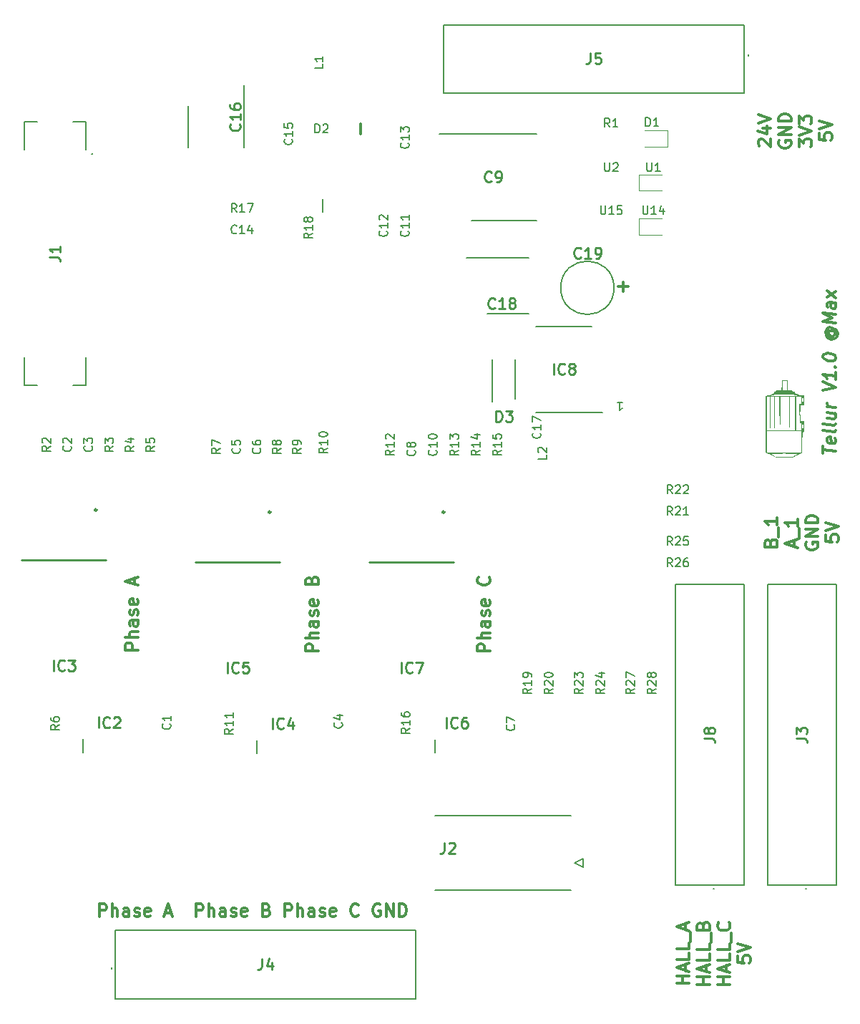
<source format=gbr>
%TF.GenerationSoftware,KiCad,Pcbnew,(6.0.9)*%
%TF.CreationDate,2023-03-24T12:27:37+01:00*%
%TF.ProjectId,twoLevelInverter,74776f4c-6576-4656-9c49-6e7665727465,rev?*%
%TF.SameCoordinates,Original*%
%TF.FileFunction,Legend,Top*%
%TF.FilePolarity,Positive*%
%FSLAX46Y46*%
G04 Gerber Fmt 4.6, Leading zero omitted, Abs format (unit mm)*
G04 Created by KiCad (PCBNEW (6.0.9)) date 2023-03-24 12:27:37*
%MOMM*%
%LPD*%
G01*
G04 APERTURE LIST*
%ADD10C,0.150000*%
%ADD11C,0.300000*%
%ADD12C,0.254000*%
%ADD13C,0.120000*%
%ADD14C,0.200000*%
%ADD15C,0.127000*%
G04 APERTURE END LIST*
D10*
X220694285Y-87685619D02*
X221265714Y-87685619D01*
X220980000Y-87685619D02*
X220980000Y-88685619D01*
X221075238Y-88542761D01*
X221170476Y-88447523D01*
X221265714Y-88399904D01*
D11*
X245050571Y-93707080D02*
X245050571Y-92849937D01*
X246550571Y-93466008D02*
X245050571Y-93278508D01*
X246479142Y-91957080D02*
X246550571Y-92108866D01*
X246550571Y-92394580D01*
X246479142Y-92528508D01*
X246336285Y-92582080D01*
X245764857Y-92510651D01*
X245622000Y-92421366D01*
X245550571Y-92269580D01*
X245550571Y-91983866D01*
X245622000Y-91849937D01*
X245764857Y-91796366D01*
X245907714Y-91814223D01*
X246050571Y-92546366D01*
X246550571Y-91037437D02*
X246479142Y-91171366D01*
X246336285Y-91224937D01*
X245050571Y-91064223D01*
X246550571Y-90251723D02*
X246479142Y-90385651D01*
X246336285Y-90439223D01*
X245050571Y-90278508D01*
X245550571Y-88912437D02*
X246550571Y-89037437D01*
X245550571Y-89555294D02*
X246336285Y-89653508D01*
X246479142Y-89599937D01*
X246550571Y-89466008D01*
X246550571Y-89251723D01*
X246479142Y-89099937D01*
X246407714Y-89019580D01*
X246550571Y-88323151D02*
X245550571Y-88198151D01*
X245836285Y-88233866D02*
X245693428Y-88144580D01*
X245622000Y-88064223D01*
X245550571Y-87912437D01*
X245550571Y-87769580D01*
X245050571Y-86278508D02*
X246550571Y-85966008D01*
X245050571Y-85278508D01*
X246550571Y-84180294D02*
X246550571Y-85037437D01*
X246550571Y-84608866D02*
X245050571Y-84421366D01*
X245264857Y-84591008D01*
X245407714Y-84751723D01*
X245479142Y-84903508D01*
X246407714Y-83519580D02*
X246479142Y-83457080D01*
X246550571Y-83537437D01*
X246479142Y-83599937D01*
X246407714Y-83519580D01*
X246550571Y-83537437D01*
X245050571Y-82349937D02*
X245050571Y-82207080D01*
X245122000Y-82073151D01*
X245193428Y-82010651D01*
X245336285Y-81957080D01*
X245622000Y-81921366D01*
X245979142Y-81966008D01*
X246264857Y-82073151D01*
X246407714Y-82162437D01*
X246479142Y-82242794D01*
X246550571Y-82394580D01*
X246550571Y-82537437D01*
X246479142Y-82671366D01*
X246407714Y-82733866D01*
X246264857Y-82787437D01*
X245979142Y-82823151D01*
X245622000Y-82778508D01*
X245336285Y-82671366D01*
X245193428Y-82582080D01*
X245122000Y-82501723D01*
X245050571Y-82349937D01*
X245836285Y-79233866D02*
X245764857Y-79296366D01*
X245693428Y-79430294D01*
X245693428Y-79573151D01*
X245764857Y-79724937D01*
X245836285Y-79805294D01*
X245979142Y-79894580D01*
X246122000Y-79912437D01*
X246264857Y-79858866D01*
X246336285Y-79796366D01*
X246407714Y-79662437D01*
X246407714Y-79519580D01*
X246336285Y-79367794D01*
X246264857Y-79287437D01*
X245693428Y-79216008D02*
X246264857Y-79287437D01*
X246336285Y-79224937D01*
X246336285Y-79153508D01*
X246264857Y-79001723D01*
X246122000Y-78912437D01*
X245764857Y-78867794D01*
X245550571Y-78983866D01*
X245407714Y-79180294D01*
X245336285Y-79457080D01*
X245407714Y-79751723D01*
X245550571Y-79983866D01*
X245764857Y-80153508D01*
X246050571Y-80260651D01*
X246336285Y-80224937D01*
X246550571Y-80108866D01*
X246693428Y-79912437D01*
X246764857Y-79635651D01*
X246693428Y-79341008D01*
X246550571Y-79108866D01*
X246550571Y-78323151D02*
X245050571Y-78135651D01*
X246122000Y-77769580D01*
X245050571Y-77135651D01*
X246550571Y-77323151D01*
X246550571Y-75966008D02*
X245764857Y-75867794D01*
X245622000Y-75921366D01*
X245550571Y-76055294D01*
X245550571Y-76341008D01*
X245622000Y-76492794D01*
X246479142Y-75957080D02*
X246550571Y-76108866D01*
X246550571Y-76466008D01*
X246479142Y-76599937D01*
X246336285Y-76653508D01*
X246193428Y-76635651D01*
X246050571Y-76546366D01*
X245979142Y-76394580D01*
X245979142Y-76037437D01*
X245907714Y-75885651D01*
X246550571Y-75394580D02*
X245550571Y-74483866D01*
X245550571Y-75269580D02*
X246550571Y-74608866D01*
X229212071Y-156408000D02*
X227712071Y-156408000D01*
X228426357Y-156408000D02*
X228426357Y-155550857D01*
X229212071Y-155550857D02*
X227712071Y-155550857D01*
X228783500Y-154908000D02*
X228783500Y-154193714D01*
X229212071Y-155050857D02*
X227712071Y-154550857D01*
X229212071Y-154050857D01*
X229212071Y-152836571D02*
X229212071Y-153550857D01*
X227712071Y-153550857D01*
X229212071Y-151622285D02*
X229212071Y-152336571D01*
X227712071Y-152336571D01*
X229354928Y-151479428D02*
X229354928Y-150336571D01*
X228783500Y-150050857D02*
X228783500Y-149336571D01*
X229212071Y-150193714D02*
X227712071Y-149693714D01*
X229212071Y-149193714D01*
X231627071Y-156515142D02*
X230127071Y-156515142D01*
X230841357Y-156515142D02*
X230841357Y-155658000D01*
X231627071Y-155658000D02*
X230127071Y-155658000D01*
X231198500Y-155015142D02*
X231198500Y-154300857D01*
X231627071Y-155158000D02*
X230127071Y-154658000D01*
X231627071Y-154158000D01*
X231627071Y-152943714D02*
X231627071Y-153658000D01*
X230127071Y-153658000D01*
X231627071Y-151729428D02*
X231627071Y-152443714D01*
X230127071Y-152443714D01*
X231769928Y-151586571D02*
X231769928Y-150443714D01*
X230841357Y-149586571D02*
X230912785Y-149372285D01*
X230984214Y-149300857D01*
X231127071Y-149229428D01*
X231341357Y-149229428D01*
X231484214Y-149300857D01*
X231555642Y-149372285D01*
X231627071Y-149515142D01*
X231627071Y-150086571D01*
X230127071Y-150086571D01*
X230127071Y-149586571D01*
X230198500Y-149443714D01*
X230269928Y-149372285D01*
X230412785Y-149300857D01*
X230555642Y-149300857D01*
X230698500Y-149372285D01*
X230769928Y-149443714D01*
X230841357Y-149586571D01*
X230841357Y-150086571D01*
X234042071Y-156515142D02*
X232542071Y-156515142D01*
X233256357Y-156515142D02*
X233256357Y-155658000D01*
X234042071Y-155658000D02*
X232542071Y-155658000D01*
X233613500Y-155015142D02*
X233613500Y-154300857D01*
X234042071Y-155158000D02*
X232542071Y-154658000D01*
X234042071Y-154158000D01*
X234042071Y-152943714D02*
X234042071Y-153658000D01*
X232542071Y-153658000D01*
X234042071Y-151729428D02*
X234042071Y-152443714D01*
X232542071Y-152443714D01*
X234184928Y-151586571D02*
X234184928Y-150443714D01*
X233899214Y-149229428D02*
X233970642Y-149300857D01*
X234042071Y-149515142D01*
X234042071Y-149658000D01*
X233970642Y-149872285D01*
X233827785Y-150015142D01*
X233684928Y-150086571D01*
X233399214Y-150158000D01*
X233184928Y-150158000D01*
X232899214Y-150086571D01*
X232756357Y-150015142D01*
X232613500Y-149872285D01*
X232542071Y-149658000D01*
X232542071Y-149515142D01*
X232613500Y-149300857D01*
X232684928Y-149229428D01*
X234957071Y-153193714D02*
X234957071Y-153908000D01*
X235671357Y-153979428D01*
X235599928Y-153908000D01*
X235528500Y-153765142D01*
X235528500Y-153408000D01*
X235599928Y-153265142D01*
X235671357Y-153193714D01*
X235814214Y-153122285D01*
X236171357Y-153122285D01*
X236314214Y-153193714D01*
X236385642Y-153265142D01*
X236457071Y-153408000D01*
X236457071Y-153765142D01*
X236385642Y-153908000D01*
X236314214Y-153979428D01*
X234957071Y-152693714D02*
X236457071Y-152193714D01*
X234957071Y-151693714D01*
X164000571Y-116990285D02*
X162500571Y-116990285D01*
X162500571Y-116418857D01*
X162572000Y-116276000D01*
X162643428Y-116204571D01*
X162786285Y-116133142D01*
X163000571Y-116133142D01*
X163143428Y-116204571D01*
X163214857Y-116276000D01*
X163286285Y-116418857D01*
X163286285Y-116990285D01*
X164000571Y-115490285D02*
X162500571Y-115490285D01*
X164000571Y-114847428D02*
X163214857Y-114847428D01*
X163072000Y-114918857D01*
X163000571Y-115061714D01*
X163000571Y-115276000D01*
X163072000Y-115418857D01*
X163143428Y-115490285D01*
X164000571Y-113490285D02*
X163214857Y-113490285D01*
X163072000Y-113561714D01*
X163000571Y-113704571D01*
X163000571Y-113990285D01*
X163072000Y-114133142D01*
X163929142Y-113490285D02*
X164000571Y-113633142D01*
X164000571Y-113990285D01*
X163929142Y-114133142D01*
X163786285Y-114204571D01*
X163643428Y-114204571D01*
X163500571Y-114133142D01*
X163429142Y-113990285D01*
X163429142Y-113633142D01*
X163357714Y-113490285D01*
X163929142Y-112847428D02*
X164000571Y-112704571D01*
X164000571Y-112418857D01*
X163929142Y-112276000D01*
X163786285Y-112204571D01*
X163714857Y-112204571D01*
X163572000Y-112276000D01*
X163500571Y-112418857D01*
X163500571Y-112633142D01*
X163429142Y-112776000D01*
X163286285Y-112847428D01*
X163214857Y-112847428D01*
X163072000Y-112776000D01*
X163000571Y-112633142D01*
X163000571Y-112418857D01*
X163072000Y-112276000D01*
X163929142Y-110990285D02*
X164000571Y-111133142D01*
X164000571Y-111418857D01*
X163929142Y-111561714D01*
X163786285Y-111633142D01*
X163214857Y-111633142D01*
X163072000Y-111561714D01*
X163000571Y-111418857D01*
X163000571Y-111133142D01*
X163072000Y-110990285D01*
X163214857Y-110918857D01*
X163357714Y-110918857D01*
X163500571Y-111633142D01*
X163572000Y-109204571D02*
X163572000Y-108490285D01*
X164000571Y-109347428D02*
X162500571Y-108847428D01*
X164000571Y-108347428D01*
X190305428Y-55943428D02*
X190305428Y-54800571D01*
X221380857Y-73469571D02*
X221380857Y-74612428D01*
X220809428Y-74041000D02*
X221952285Y-74041000D01*
X185336571Y-117097428D02*
X183836571Y-117097428D01*
X183836571Y-116526000D01*
X183908000Y-116383142D01*
X183979428Y-116311714D01*
X184122285Y-116240285D01*
X184336571Y-116240285D01*
X184479428Y-116311714D01*
X184550857Y-116383142D01*
X184622285Y-116526000D01*
X184622285Y-117097428D01*
X185336571Y-115597428D02*
X183836571Y-115597428D01*
X185336571Y-114954571D02*
X184550857Y-114954571D01*
X184408000Y-115026000D01*
X184336571Y-115168857D01*
X184336571Y-115383142D01*
X184408000Y-115526000D01*
X184479428Y-115597428D01*
X185336571Y-113597428D02*
X184550857Y-113597428D01*
X184408000Y-113668857D01*
X184336571Y-113811714D01*
X184336571Y-114097428D01*
X184408000Y-114240285D01*
X185265142Y-113597428D02*
X185336571Y-113740285D01*
X185336571Y-114097428D01*
X185265142Y-114240285D01*
X185122285Y-114311714D01*
X184979428Y-114311714D01*
X184836571Y-114240285D01*
X184765142Y-114097428D01*
X184765142Y-113740285D01*
X184693714Y-113597428D01*
X185265142Y-112954571D02*
X185336571Y-112811714D01*
X185336571Y-112526000D01*
X185265142Y-112383142D01*
X185122285Y-112311714D01*
X185050857Y-112311714D01*
X184908000Y-112383142D01*
X184836571Y-112526000D01*
X184836571Y-112740285D01*
X184765142Y-112883142D01*
X184622285Y-112954571D01*
X184550857Y-112954571D01*
X184408000Y-112883142D01*
X184336571Y-112740285D01*
X184336571Y-112526000D01*
X184408000Y-112383142D01*
X185265142Y-111097428D02*
X185336571Y-111240285D01*
X185336571Y-111526000D01*
X185265142Y-111668857D01*
X185122285Y-111740285D01*
X184550857Y-111740285D01*
X184408000Y-111668857D01*
X184336571Y-111526000D01*
X184336571Y-111240285D01*
X184408000Y-111097428D01*
X184550857Y-111026000D01*
X184693714Y-111026000D01*
X184836571Y-111740285D01*
X184550857Y-108740285D02*
X184622285Y-108526000D01*
X184693714Y-108454571D01*
X184836571Y-108383142D01*
X185050857Y-108383142D01*
X185193714Y-108454571D01*
X185265142Y-108526000D01*
X185336571Y-108668857D01*
X185336571Y-109240285D01*
X183836571Y-109240285D01*
X183836571Y-108740285D01*
X183908000Y-108597428D01*
X183979428Y-108526000D01*
X184122285Y-108454571D01*
X184265142Y-108454571D01*
X184408000Y-108526000D01*
X184479428Y-108597428D01*
X184550857Y-108740285D01*
X184550857Y-109240285D01*
X238840357Y-104302571D02*
X238911785Y-104088285D01*
X238983214Y-104016857D01*
X239126071Y-103945428D01*
X239340357Y-103945428D01*
X239483214Y-104016857D01*
X239554642Y-104088285D01*
X239626071Y-104231142D01*
X239626071Y-104802571D01*
X238126071Y-104802571D01*
X238126071Y-104302571D01*
X238197500Y-104159714D01*
X238268928Y-104088285D01*
X238411785Y-104016857D01*
X238554642Y-104016857D01*
X238697500Y-104088285D01*
X238768928Y-104159714D01*
X238840357Y-104302571D01*
X238840357Y-104802571D01*
X239768928Y-103659714D02*
X239768928Y-102516857D01*
X239626071Y-101374000D02*
X239626071Y-102231142D01*
X239626071Y-101802571D02*
X238126071Y-101802571D01*
X238340357Y-101945428D01*
X238483214Y-102088285D01*
X238554642Y-102231142D01*
X241612500Y-104766857D02*
X241612500Y-104052571D01*
X242041071Y-104909714D02*
X240541071Y-104409714D01*
X242041071Y-103909714D01*
X242183928Y-103766857D02*
X242183928Y-102624000D01*
X242041071Y-101481142D02*
X242041071Y-102338285D01*
X242041071Y-101909714D02*
X240541071Y-101909714D01*
X240755357Y-102052571D01*
X240898214Y-102195428D01*
X240969642Y-102338285D01*
X243027500Y-104266857D02*
X242956071Y-104409714D01*
X242956071Y-104624000D01*
X243027500Y-104838285D01*
X243170357Y-104981142D01*
X243313214Y-105052571D01*
X243598928Y-105124000D01*
X243813214Y-105124000D01*
X244098928Y-105052571D01*
X244241785Y-104981142D01*
X244384642Y-104838285D01*
X244456071Y-104624000D01*
X244456071Y-104481142D01*
X244384642Y-104266857D01*
X244313214Y-104195428D01*
X243813214Y-104195428D01*
X243813214Y-104481142D01*
X244456071Y-103552571D02*
X242956071Y-103552571D01*
X244456071Y-102695428D01*
X242956071Y-102695428D01*
X244456071Y-101981142D02*
X242956071Y-101981142D01*
X242956071Y-101624000D01*
X243027500Y-101409714D01*
X243170357Y-101266857D01*
X243313214Y-101195428D01*
X243598928Y-101124000D01*
X243813214Y-101124000D01*
X244098928Y-101195428D01*
X244241785Y-101266857D01*
X244384642Y-101409714D01*
X244456071Y-101624000D01*
X244456071Y-101981142D01*
X245371071Y-103409714D02*
X245371071Y-104124000D01*
X246085357Y-104195428D01*
X246013928Y-104124000D01*
X245942500Y-103981142D01*
X245942500Y-103624000D01*
X246013928Y-103481142D01*
X246085357Y-103409714D01*
X246228214Y-103338285D01*
X246585357Y-103338285D01*
X246728214Y-103409714D01*
X246799642Y-103481142D01*
X246871071Y-103624000D01*
X246871071Y-103981142D01*
X246799642Y-104124000D01*
X246728214Y-104195428D01*
X245371071Y-102909714D02*
X246871071Y-102409714D01*
X245371071Y-101909714D01*
X237506928Y-57411714D02*
X237435500Y-57340285D01*
X237364071Y-57197428D01*
X237364071Y-56840285D01*
X237435500Y-56697428D01*
X237506928Y-56626000D01*
X237649785Y-56554571D01*
X237792642Y-56554571D01*
X238006928Y-56626000D01*
X238864071Y-57483142D01*
X238864071Y-56554571D01*
X237864071Y-55268857D02*
X238864071Y-55268857D01*
X237292642Y-55626000D02*
X238364071Y-55983142D01*
X238364071Y-55054571D01*
X237364071Y-54697428D02*
X238864071Y-54197428D01*
X237364071Y-53697428D01*
X239850500Y-56768857D02*
X239779071Y-56911714D01*
X239779071Y-57126000D01*
X239850500Y-57340285D01*
X239993357Y-57483142D01*
X240136214Y-57554571D01*
X240421928Y-57626000D01*
X240636214Y-57626000D01*
X240921928Y-57554571D01*
X241064785Y-57483142D01*
X241207642Y-57340285D01*
X241279071Y-57126000D01*
X241279071Y-56983142D01*
X241207642Y-56768857D01*
X241136214Y-56697428D01*
X240636214Y-56697428D01*
X240636214Y-56983142D01*
X241279071Y-56054571D02*
X239779071Y-56054571D01*
X241279071Y-55197428D01*
X239779071Y-55197428D01*
X241279071Y-54483142D02*
X239779071Y-54483142D01*
X239779071Y-54126000D01*
X239850500Y-53911714D01*
X239993357Y-53768857D01*
X240136214Y-53697428D01*
X240421928Y-53626000D01*
X240636214Y-53626000D01*
X240921928Y-53697428D01*
X241064785Y-53768857D01*
X241207642Y-53911714D01*
X241279071Y-54126000D01*
X241279071Y-54483142D01*
X242194071Y-57483142D02*
X242194071Y-56554571D01*
X242765500Y-57054571D01*
X242765500Y-56840285D01*
X242836928Y-56697428D01*
X242908357Y-56626000D01*
X243051214Y-56554571D01*
X243408357Y-56554571D01*
X243551214Y-56626000D01*
X243622642Y-56697428D01*
X243694071Y-56840285D01*
X243694071Y-57268857D01*
X243622642Y-57411714D01*
X243551214Y-57483142D01*
X242194071Y-56126000D02*
X243694071Y-55626000D01*
X242194071Y-55126000D01*
X242194071Y-54768857D02*
X242194071Y-53840285D01*
X242765500Y-54340285D01*
X242765500Y-54126000D01*
X242836928Y-53983142D01*
X242908357Y-53911714D01*
X243051214Y-53840285D01*
X243408357Y-53840285D01*
X243551214Y-53911714D01*
X243622642Y-53983142D01*
X243694071Y-54126000D01*
X243694071Y-54554571D01*
X243622642Y-54697428D01*
X243551214Y-54768857D01*
X244609071Y-55911714D02*
X244609071Y-56626000D01*
X245323357Y-56697428D01*
X245251928Y-56626000D01*
X245180500Y-56483142D01*
X245180500Y-56126000D01*
X245251928Y-55983142D01*
X245323357Y-55911714D01*
X245466214Y-55840285D01*
X245823357Y-55840285D01*
X245966214Y-55911714D01*
X246037642Y-55983142D01*
X246109071Y-56126000D01*
X246109071Y-56483142D01*
X246037642Y-56626000D01*
X245966214Y-56697428D01*
X244609071Y-55411714D02*
X246109071Y-54911714D01*
X244609071Y-54411714D01*
X159403142Y-148506571D02*
X159403142Y-147006571D01*
X159974571Y-147006571D01*
X160117428Y-147078000D01*
X160188857Y-147149428D01*
X160260285Y-147292285D01*
X160260285Y-147506571D01*
X160188857Y-147649428D01*
X160117428Y-147720857D01*
X159974571Y-147792285D01*
X159403142Y-147792285D01*
X160903142Y-148506571D02*
X160903142Y-147006571D01*
X161546000Y-148506571D02*
X161546000Y-147720857D01*
X161474571Y-147578000D01*
X161331714Y-147506571D01*
X161117428Y-147506571D01*
X160974571Y-147578000D01*
X160903142Y-147649428D01*
X162903142Y-148506571D02*
X162903142Y-147720857D01*
X162831714Y-147578000D01*
X162688857Y-147506571D01*
X162403142Y-147506571D01*
X162260285Y-147578000D01*
X162903142Y-148435142D02*
X162760285Y-148506571D01*
X162403142Y-148506571D01*
X162260285Y-148435142D01*
X162188857Y-148292285D01*
X162188857Y-148149428D01*
X162260285Y-148006571D01*
X162403142Y-147935142D01*
X162760285Y-147935142D01*
X162903142Y-147863714D01*
X163546000Y-148435142D02*
X163688857Y-148506571D01*
X163974571Y-148506571D01*
X164117428Y-148435142D01*
X164188857Y-148292285D01*
X164188857Y-148220857D01*
X164117428Y-148078000D01*
X163974571Y-148006571D01*
X163760285Y-148006571D01*
X163617428Y-147935142D01*
X163546000Y-147792285D01*
X163546000Y-147720857D01*
X163617428Y-147578000D01*
X163760285Y-147506571D01*
X163974571Y-147506571D01*
X164117428Y-147578000D01*
X165403142Y-148435142D02*
X165260285Y-148506571D01*
X164974571Y-148506571D01*
X164831714Y-148435142D01*
X164760285Y-148292285D01*
X164760285Y-147720857D01*
X164831714Y-147578000D01*
X164974571Y-147506571D01*
X165260285Y-147506571D01*
X165403142Y-147578000D01*
X165474571Y-147720857D01*
X165474571Y-147863714D01*
X164760285Y-148006571D01*
X167188857Y-148078000D02*
X167903142Y-148078000D01*
X167046000Y-148506571D02*
X167546000Y-147006571D01*
X168046000Y-148506571D01*
X170831714Y-148506571D02*
X170831714Y-147006571D01*
X171403142Y-147006571D01*
X171546000Y-147078000D01*
X171617428Y-147149428D01*
X171688857Y-147292285D01*
X171688857Y-147506571D01*
X171617428Y-147649428D01*
X171546000Y-147720857D01*
X171403142Y-147792285D01*
X170831714Y-147792285D01*
X172331714Y-148506571D02*
X172331714Y-147006571D01*
X172974571Y-148506571D02*
X172974571Y-147720857D01*
X172903142Y-147578000D01*
X172760285Y-147506571D01*
X172546000Y-147506571D01*
X172403142Y-147578000D01*
X172331714Y-147649428D01*
X174331714Y-148506571D02*
X174331714Y-147720857D01*
X174260285Y-147578000D01*
X174117428Y-147506571D01*
X173831714Y-147506571D01*
X173688857Y-147578000D01*
X174331714Y-148435142D02*
X174188857Y-148506571D01*
X173831714Y-148506571D01*
X173688857Y-148435142D01*
X173617428Y-148292285D01*
X173617428Y-148149428D01*
X173688857Y-148006571D01*
X173831714Y-147935142D01*
X174188857Y-147935142D01*
X174331714Y-147863714D01*
X174974571Y-148435142D02*
X175117428Y-148506571D01*
X175403142Y-148506571D01*
X175546000Y-148435142D01*
X175617428Y-148292285D01*
X175617428Y-148220857D01*
X175546000Y-148078000D01*
X175403142Y-148006571D01*
X175188857Y-148006571D01*
X175046000Y-147935142D01*
X174974571Y-147792285D01*
X174974571Y-147720857D01*
X175046000Y-147578000D01*
X175188857Y-147506571D01*
X175403142Y-147506571D01*
X175546000Y-147578000D01*
X176831714Y-148435142D02*
X176688857Y-148506571D01*
X176403142Y-148506571D01*
X176260285Y-148435142D01*
X176188857Y-148292285D01*
X176188857Y-147720857D01*
X176260285Y-147578000D01*
X176403142Y-147506571D01*
X176688857Y-147506571D01*
X176831714Y-147578000D01*
X176903142Y-147720857D01*
X176903142Y-147863714D01*
X176188857Y-148006571D01*
X179188857Y-147720857D02*
X179403142Y-147792285D01*
X179474571Y-147863714D01*
X179546000Y-148006571D01*
X179546000Y-148220857D01*
X179474571Y-148363714D01*
X179403142Y-148435142D01*
X179260285Y-148506571D01*
X178688857Y-148506571D01*
X178688857Y-147006571D01*
X179188857Y-147006571D01*
X179331714Y-147078000D01*
X179403142Y-147149428D01*
X179474571Y-147292285D01*
X179474571Y-147435142D01*
X179403142Y-147578000D01*
X179331714Y-147649428D01*
X179188857Y-147720857D01*
X178688857Y-147720857D01*
X181331714Y-148506571D02*
X181331714Y-147006571D01*
X181903142Y-147006571D01*
X182046000Y-147078000D01*
X182117428Y-147149428D01*
X182188857Y-147292285D01*
X182188857Y-147506571D01*
X182117428Y-147649428D01*
X182046000Y-147720857D01*
X181903142Y-147792285D01*
X181331714Y-147792285D01*
X182831714Y-148506571D02*
X182831714Y-147006571D01*
X183474571Y-148506571D02*
X183474571Y-147720857D01*
X183403142Y-147578000D01*
X183260285Y-147506571D01*
X183046000Y-147506571D01*
X182903142Y-147578000D01*
X182831714Y-147649428D01*
X184831714Y-148506571D02*
X184831714Y-147720857D01*
X184760285Y-147578000D01*
X184617428Y-147506571D01*
X184331714Y-147506571D01*
X184188857Y-147578000D01*
X184831714Y-148435142D02*
X184688857Y-148506571D01*
X184331714Y-148506571D01*
X184188857Y-148435142D01*
X184117428Y-148292285D01*
X184117428Y-148149428D01*
X184188857Y-148006571D01*
X184331714Y-147935142D01*
X184688857Y-147935142D01*
X184831714Y-147863714D01*
X185474571Y-148435142D02*
X185617428Y-148506571D01*
X185903142Y-148506571D01*
X186046000Y-148435142D01*
X186117428Y-148292285D01*
X186117428Y-148220857D01*
X186046000Y-148078000D01*
X185903142Y-148006571D01*
X185688857Y-148006571D01*
X185546000Y-147935142D01*
X185474571Y-147792285D01*
X185474571Y-147720857D01*
X185546000Y-147578000D01*
X185688857Y-147506571D01*
X185903142Y-147506571D01*
X186046000Y-147578000D01*
X187331714Y-148435142D02*
X187188857Y-148506571D01*
X186903142Y-148506571D01*
X186760285Y-148435142D01*
X186688857Y-148292285D01*
X186688857Y-147720857D01*
X186760285Y-147578000D01*
X186903142Y-147506571D01*
X187188857Y-147506571D01*
X187331714Y-147578000D01*
X187403142Y-147720857D01*
X187403142Y-147863714D01*
X186688857Y-148006571D01*
X190046000Y-148363714D02*
X189974571Y-148435142D01*
X189760285Y-148506571D01*
X189617428Y-148506571D01*
X189403142Y-148435142D01*
X189260285Y-148292285D01*
X189188857Y-148149428D01*
X189117428Y-147863714D01*
X189117428Y-147649428D01*
X189188857Y-147363714D01*
X189260285Y-147220857D01*
X189403142Y-147078000D01*
X189617428Y-147006571D01*
X189760285Y-147006571D01*
X189974571Y-147078000D01*
X190046000Y-147149428D01*
X192617428Y-147078000D02*
X192474571Y-147006571D01*
X192260285Y-147006571D01*
X192046000Y-147078000D01*
X191903142Y-147220857D01*
X191831714Y-147363714D01*
X191760285Y-147649428D01*
X191760285Y-147863714D01*
X191831714Y-148149428D01*
X191903142Y-148292285D01*
X192046000Y-148435142D01*
X192260285Y-148506571D01*
X192403142Y-148506571D01*
X192617428Y-148435142D01*
X192688857Y-148363714D01*
X192688857Y-147863714D01*
X192403142Y-147863714D01*
X193331714Y-148506571D02*
X193331714Y-147006571D01*
X194188857Y-148506571D01*
X194188857Y-147006571D01*
X194903142Y-148506571D02*
X194903142Y-147006571D01*
X195260285Y-147006571D01*
X195474571Y-147078000D01*
X195617428Y-147220857D01*
X195688857Y-147363714D01*
X195760285Y-147649428D01*
X195760285Y-147863714D01*
X195688857Y-148149428D01*
X195617428Y-148292285D01*
X195474571Y-148435142D01*
X195260285Y-148506571D01*
X194903142Y-148506571D01*
X205656571Y-117097428D02*
X204156571Y-117097428D01*
X204156571Y-116526000D01*
X204228000Y-116383142D01*
X204299428Y-116311714D01*
X204442285Y-116240285D01*
X204656571Y-116240285D01*
X204799428Y-116311714D01*
X204870857Y-116383142D01*
X204942285Y-116526000D01*
X204942285Y-117097428D01*
X205656571Y-115597428D02*
X204156571Y-115597428D01*
X205656571Y-114954571D02*
X204870857Y-114954571D01*
X204728000Y-115026000D01*
X204656571Y-115168857D01*
X204656571Y-115383142D01*
X204728000Y-115526000D01*
X204799428Y-115597428D01*
X205656571Y-113597428D02*
X204870857Y-113597428D01*
X204728000Y-113668857D01*
X204656571Y-113811714D01*
X204656571Y-114097428D01*
X204728000Y-114240285D01*
X205585142Y-113597428D02*
X205656571Y-113740285D01*
X205656571Y-114097428D01*
X205585142Y-114240285D01*
X205442285Y-114311714D01*
X205299428Y-114311714D01*
X205156571Y-114240285D01*
X205085142Y-114097428D01*
X205085142Y-113740285D01*
X205013714Y-113597428D01*
X205585142Y-112954571D02*
X205656571Y-112811714D01*
X205656571Y-112526000D01*
X205585142Y-112383142D01*
X205442285Y-112311714D01*
X205370857Y-112311714D01*
X205228000Y-112383142D01*
X205156571Y-112526000D01*
X205156571Y-112740285D01*
X205085142Y-112883142D01*
X204942285Y-112954571D01*
X204870857Y-112954571D01*
X204728000Y-112883142D01*
X204656571Y-112740285D01*
X204656571Y-112526000D01*
X204728000Y-112383142D01*
X205585142Y-111097428D02*
X205656571Y-111240285D01*
X205656571Y-111526000D01*
X205585142Y-111668857D01*
X205442285Y-111740285D01*
X204870857Y-111740285D01*
X204728000Y-111668857D01*
X204656571Y-111526000D01*
X204656571Y-111240285D01*
X204728000Y-111097428D01*
X204870857Y-111026000D01*
X205013714Y-111026000D01*
X205156571Y-111740285D01*
X205513714Y-108383142D02*
X205585142Y-108454571D01*
X205656571Y-108668857D01*
X205656571Y-108811714D01*
X205585142Y-109026000D01*
X205442285Y-109168857D01*
X205299428Y-109240285D01*
X205013714Y-109311714D01*
X204799428Y-109311714D01*
X204513714Y-109240285D01*
X204370857Y-109168857D01*
X204228000Y-109026000D01*
X204156571Y-108811714D01*
X204156571Y-108668857D01*
X204228000Y-108454571D01*
X204299428Y-108383142D01*
D10*
%TO.C,U14*%
X223718904Y-64476380D02*
X223718904Y-65285904D01*
X223766523Y-65381142D01*
X223814142Y-65428761D01*
X223909380Y-65476380D01*
X224099857Y-65476380D01*
X224195095Y-65428761D01*
X224242714Y-65381142D01*
X224290333Y-65285904D01*
X224290333Y-64476380D01*
X225290333Y-65476380D02*
X224718904Y-65476380D01*
X225004619Y-65476380D02*
X225004619Y-64476380D01*
X224909380Y-64619238D01*
X224814142Y-64714476D01*
X224718904Y-64762095D01*
X226147476Y-64809714D02*
X226147476Y-65476380D01*
X225909380Y-64428761D02*
X225671285Y-65143047D01*
X226290333Y-65143047D01*
%TO.C,U1*%
X224195095Y-59396380D02*
X224195095Y-60205904D01*
X224242714Y-60301142D01*
X224290333Y-60348761D01*
X224385571Y-60396380D01*
X224576047Y-60396380D01*
X224671285Y-60348761D01*
X224718904Y-60301142D01*
X224766523Y-60205904D01*
X224766523Y-59396380D01*
X225766523Y-60396380D02*
X225195095Y-60396380D01*
X225480809Y-60396380D02*
X225480809Y-59396380D01*
X225385571Y-59539238D01*
X225290333Y-59634476D01*
X225195095Y-59682095D01*
%TO.C,D1*%
X224051904Y-55062380D02*
X224051904Y-54062380D01*
X224290000Y-54062380D01*
X224432857Y-54110000D01*
X224528095Y-54205238D01*
X224575714Y-54300476D01*
X224623333Y-54490952D01*
X224623333Y-54633809D01*
X224575714Y-54824285D01*
X224528095Y-54919523D01*
X224432857Y-55014761D01*
X224290000Y-55062380D01*
X224051904Y-55062380D01*
X225575714Y-55062380D02*
X225004285Y-55062380D01*
X225290000Y-55062380D02*
X225290000Y-54062380D01*
X225194761Y-54205238D01*
X225099523Y-54300476D01*
X225004285Y-54348095D01*
D12*
%TO.C,C16*%
X175967571Y-54791428D02*
X176028047Y-54851904D01*
X176088523Y-55033333D01*
X176088523Y-55154285D01*
X176028047Y-55335714D01*
X175907095Y-55456666D01*
X175786142Y-55517142D01*
X175544238Y-55577619D01*
X175362809Y-55577619D01*
X175120904Y-55517142D01*
X174999952Y-55456666D01*
X174879000Y-55335714D01*
X174818523Y-55154285D01*
X174818523Y-55033333D01*
X174879000Y-54851904D01*
X174939476Y-54791428D01*
X176088523Y-53581904D02*
X176088523Y-54307619D01*
X176088523Y-53944761D02*
X174818523Y-53944761D01*
X174999952Y-54065714D01*
X175120904Y-54186666D01*
X175181380Y-54307619D01*
X174818523Y-52493333D02*
X174818523Y-52735238D01*
X174879000Y-52856190D01*
X174939476Y-52916666D01*
X175120904Y-53037619D01*
X175362809Y-53098095D01*
X175846619Y-53098095D01*
X175967571Y-53037619D01*
X176028047Y-52977142D01*
X176088523Y-52856190D01*
X176088523Y-52614285D01*
X176028047Y-52493333D01*
X175967571Y-52432857D01*
X175846619Y-52372380D01*
X175544238Y-52372380D01*
X175423285Y-52432857D01*
X175362809Y-52493333D01*
X175302333Y-52614285D01*
X175302333Y-52856190D01*
X175362809Y-52977142D01*
X175423285Y-53037619D01*
X175544238Y-53098095D01*
D10*
%TO.C,C11*%
X195937142Y-67444857D02*
X195984761Y-67492476D01*
X196032380Y-67635333D01*
X196032380Y-67730571D01*
X195984761Y-67873428D01*
X195889523Y-67968666D01*
X195794285Y-68016285D01*
X195603809Y-68063904D01*
X195460952Y-68063904D01*
X195270476Y-68016285D01*
X195175238Y-67968666D01*
X195080000Y-67873428D01*
X195032380Y-67730571D01*
X195032380Y-67635333D01*
X195080000Y-67492476D01*
X195127619Y-67444857D01*
X196032380Y-66492476D02*
X196032380Y-67063904D01*
X196032380Y-66778190D02*
X195032380Y-66778190D01*
X195175238Y-66873428D01*
X195270476Y-66968666D01*
X195318095Y-67063904D01*
X196032380Y-65540095D02*
X196032380Y-66111523D01*
X196032380Y-65825809D02*
X195032380Y-65825809D01*
X195175238Y-65921047D01*
X195270476Y-66016285D01*
X195318095Y-66111523D01*
%TO.C,R15*%
X206954380Y-93352857D02*
X206478190Y-93686190D01*
X206954380Y-93924285D02*
X205954380Y-93924285D01*
X205954380Y-93543333D01*
X206002000Y-93448095D01*
X206049619Y-93400476D01*
X206144857Y-93352857D01*
X206287714Y-93352857D01*
X206382952Y-93400476D01*
X206430571Y-93448095D01*
X206478190Y-93543333D01*
X206478190Y-93924285D01*
X206954380Y-92400476D02*
X206954380Y-92971904D01*
X206954380Y-92686190D02*
X205954380Y-92686190D01*
X206097238Y-92781428D01*
X206192476Y-92876666D01*
X206240095Y-92971904D01*
X205954380Y-91495714D02*
X205954380Y-91971904D01*
X206430571Y-92019523D01*
X206382952Y-91971904D01*
X206335333Y-91876666D01*
X206335333Y-91638571D01*
X206382952Y-91543333D01*
X206430571Y-91495714D01*
X206525809Y-91448095D01*
X206763904Y-91448095D01*
X206859142Y-91495714D01*
X206906761Y-91543333D01*
X206954380Y-91638571D01*
X206954380Y-91876666D01*
X206906761Y-91971904D01*
X206859142Y-92019523D01*
D12*
%TO.C,C19*%
X216353571Y-70557571D02*
X216293095Y-70618047D01*
X216111666Y-70678523D01*
X215990714Y-70678523D01*
X215809285Y-70618047D01*
X215688333Y-70497095D01*
X215627857Y-70376142D01*
X215567380Y-70134238D01*
X215567380Y-69952809D01*
X215627857Y-69710904D01*
X215688333Y-69589952D01*
X215809285Y-69469000D01*
X215990714Y-69408523D01*
X216111666Y-69408523D01*
X216293095Y-69469000D01*
X216353571Y-69529476D01*
X217563095Y-70678523D02*
X216837380Y-70678523D01*
X217200238Y-70678523D02*
X217200238Y-69408523D01*
X217079285Y-69589952D01*
X216958333Y-69710904D01*
X216837380Y-69771380D01*
X218167857Y-70678523D02*
X218409761Y-70678523D01*
X218530714Y-70618047D01*
X218591190Y-70557571D01*
X218712142Y-70376142D01*
X218772619Y-70134238D01*
X218772619Y-69650428D01*
X218712142Y-69529476D01*
X218651666Y-69469000D01*
X218530714Y-69408523D01*
X218288809Y-69408523D01*
X218167857Y-69469000D01*
X218107380Y-69529476D01*
X218046904Y-69650428D01*
X218046904Y-69952809D01*
X218107380Y-70073761D01*
X218167857Y-70134238D01*
X218288809Y-70194714D01*
X218530714Y-70194714D01*
X218651666Y-70134238D01*
X218712142Y-70073761D01*
X218772619Y-69952809D01*
D10*
%TO.C,C12*%
X193397142Y-67444857D02*
X193444761Y-67492476D01*
X193492380Y-67635333D01*
X193492380Y-67730571D01*
X193444761Y-67873428D01*
X193349523Y-67968666D01*
X193254285Y-68016285D01*
X193063809Y-68063904D01*
X192920952Y-68063904D01*
X192730476Y-68016285D01*
X192635238Y-67968666D01*
X192540000Y-67873428D01*
X192492380Y-67730571D01*
X192492380Y-67635333D01*
X192540000Y-67492476D01*
X192587619Y-67444857D01*
X193492380Y-66492476D02*
X193492380Y-67063904D01*
X193492380Y-66778190D02*
X192492380Y-66778190D01*
X192635238Y-66873428D01*
X192730476Y-66968666D01*
X192778095Y-67063904D01*
X192587619Y-66111523D02*
X192540000Y-66063904D01*
X192492380Y-65968666D01*
X192492380Y-65730571D01*
X192540000Y-65635333D01*
X192587619Y-65587714D01*
X192682857Y-65540095D01*
X192778095Y-65540095D01*
X192920952Y-65587714D01*
X193492380Y-66159142D01*
X193492380Y-65540095D01*
%TO.C,C6*%
X178402342Y-93130666D02*
X178449961Y-93178285D01*
X178497580Y-93321142D01*
X178497580Y-93416380D01*
X178449961Y-93559238D01*
X178354723Y-93654476D01*
X178259485Y-93702095D01*
X178069009Y-93749714D01*
X177926152Y-93749714D01*
X177735676Y-93702095D01*
X177640438Y-93654476D01*
X177545200Y-93559238D01*
X177497580Y-93416380D01*
X177497580Y-93321142D01*
X177545200Y-93178285D01*
X177592819Y-93130666D01*
X177497580Y-92273523D02*
X177497580Y-92464000D01*
X177545200Y-92559238D01*
X177592819Y-92606857D01*
X177735676Y-92702095D01*
X177926152Y-92749714D01*
X178307104Y-92749714D01*
X178402342Y-92702095D01*
X178449961Y-92654476D01*
X178497580Y-92559238D01*
X178497580Y-92368761D01*
X178449961Y-92273523D01*
X178402342Y-92225904D01*
X178307104Y-92178285D01*
X178069009Y-92178285D01*
X177973771Y-92225904D01*
X177926152Y-92273523D01*
X177878533Y-92368761D01*
X177878533Y-92559238D01*
X177926152Y-92654476D01*
X177973771Y-92702095D01*
X178069009Y-92749714D01*
%TO.C,R18*%
X184602380Y-67698857D02*
X184126190Y-68032190D01*
X184602380Y-68270285D02*
X183602380Y-68270285D01*
X183602380Y-67889333D01*
X183650000Y-67794095D01*
X183697619Y-67746476D01*
X183792857Y-67698857D01*
X183935714Y-67698857D01*
X184030952Y-67746476D01*
X184078571Y-67794095D01*
X184126190Y-67889333D01*
X184126190Y-68270285D01*
X184602380Y-66746476D02*
X184602380Y-67317904D01*
X184602380Y-67032190D02*
X183602380Y-67032190D01*
X183745238Y-67127428D01*
X183840476Y-67222666D01*
X183888095Y-67317904D01*
X184030952Y-66175047D02*
X183983333Y-66270285D01*
X183935714Y-66317904D01*
X183840476Y-66365523D01*
X183792857Y-66365523D01*
X183697619Y-66317904D01*
X183650000Y-66270285D01*
X183602380Y-66175047D01*
X183602380Y-65984571D01*
X183650000Y-65889333D01*
X183697619Y-65841714D01*
X183792857Y-65794095D01*
X183840476Y-65794095D01*
X183935714Y-65841714D01*
X183983333Y-65889333D01*
X184030952Y-65984571D01*
X184030952Y-66175047D01*
X184078571Y-66270285D01*
X184126190Y-66317904D01*
X184221428Y-66365523D01*
X184411904Y-66365523D01*
X184507142Y-66317904D01*
X184554761Y-66270285D01*
X184602380Y-66175047D01*
X184602380Y-65984571D01*
X184554761Y-65889333D01*
X184507142Y-65841714D01*
X184411904Y-65794095D01*
X184221428Y-65794095D01*
X184126190Y-65841714D01*
X184078571Y-65889333D01*
X184030952Y-65984571D01*
%TO.C,C15*%
X182166142Y-56600857D02*
X182213761Y-56648476D01*
X182261380Y-56791333D01*
X182261380Y-56886571D01*
X182213761Y-57029428D01*
X182118523Y-57124666D01*
X182023285Y-57172285D01*
X181832809Y-57219904D01*
X181689952Y-57219904D01*
X181499476Y-57172285D01*
X181404238Y-57124666D01*
X181309000Y-57029428D01*
X181261380Y-56886571D01*
X181261380Y-56791333D01*
X181309000Y-56648476D01*
X181356619Y-56600857D01*
X182261380Y-55648476D02*
X182261380Y-56219904D01*
X182261380Y-55934190D02*
X181261380Y-55934190D01*
X181404238Y-56029428D01*
X181499476Y-56124666D01*
X181547095Y-56219904D01*
X181261380Y-54743714D02*
X181261380Y-55219904D01*
X181737571Y-55267523D01*
X181689952Y-55219904D01*
X181642333Y-55124666D01*
X181642333Y-54886571D01*
X181689952Y-54791333D01*
X181737571Y-54743714D01*
X181832809Y-54696095D01*
X182070904Y-54696095D01*
X182166142Y-54743714D01*
X182213761Y-54791333D01*
X182261380Y-54886571D01*
X182261380Y-55124666D01*
X182213761Y-55219904D01*
X182166142Y-55267523D01*
D12*
%TO.C,IC2*%
X159288238Y-126181523D02*
X159288238Y-124911523D01*
X160618714Y-126060571D02*
X160558238Y-126121047D01*
X160376809Y-126181523D01*
X160255857Y-126181523D01*
X160074428Y-126121047D01*
X159953476Y-126000095D01*
X159893000Y-125879142D01*
X159832523Y-125637238D01*
X159832523Y-125455809D01*
X159893000Y-125213904D01*
X159953476Y-125092952D01*
X160074428Y-124972000D01*
X160255857Y-124911523D01*
X160376809Y-124911523D01*
X160558238Y-124972000D01*
X160618714Y-125032476D01*
X161102523Y-125032476D02*
X161163000Y-124972000D01*
X161283952Y-124911523D01*
X161586333Y-124911523D01*
X161707285Y-124972000D01*
X161767761Y-125032476D01*
X161828238Y-125153428D01*
X161828238Y-125274380D01*
X161767761Y-125455809D01*
X161042047Y-126181523D01*
X161828238Y-126181523D01*
D10*
%TO.C,R12*%
X194254380Y-93352857D02*
X193778190Y-93686190D01*
X194254380Y-93924285D02*
X193254380Y-93924285D01*
X193254380Y-93543333D01*
X193302000Y-93448095D01*
X193349619Y-93400476D01*
X193444857Y-93352857D01*
X193587714Y-93352857D01*
X193682952Y-93400476D01*
X193730571Y-93448095D01*
X193778190Y-93543333D01*
X193778190Y-93924285D01*
X194254380Y-92400476D02*
X194254380Y-92971904D01*
X194254380Y-92686190D02*
X193254380Y-92686190D01*
X193397238Y-92781428D01*
X193492476Y-92876666D01*
X193540095Y-92971904D01*
X193349619Y-92019523D02*
X193302000Y-91971904D01*
X193254380Y-91876666D01*
X193254380Y-91638571D01*
X193302000Y-91543333D01*
X193349619Y-91495714D01*
X193444857Y-91448095D01*
X193540095Y-91448095D01*
X193682952Y-91495714D01*
X194254380Y-92067142D01*
X194254380Y-91448095D01*
D12*
%TO.C,IC8*%
X213136238Y-84394523D02*
X213136238Y-83124523D01*
X214466714Y-84273571D02*
X214406238Y-84334047D01*
X214224809Y-84394523D01*
X214103857Y-84394523D01*
X213922428Y-84334047D01*
X213801476Y-84213095D01*
X213741000Y-84092142D01*
X213680523Y-83850238D01*
X213680523Y-83668809D01*
X213741000Y-83426904D01*
X213801476Y-83305952D01*
X213922428Y-83185000D01*
X214103857Y-83124523D01*
X214224809Y-83124523D01*
X214406238Y-83185000D01*
X214466714Y-83245476D01*
X215192428Y-83668809D02*
X215071476Y-83608333D01*
X215011000Y-83547857D01*
X214950523Y-83426904D01*
X214950523Y-83366428D01*
X215011000Y-83245476D01*
X215071476Y-83185000D01*
X215192428Y-83124523D01*
X215434333Y-83124523D01*
X215555285Y-83185000D01*
X215615761Y-83245476D01*
X215676238Y-83366428D01*
X215676238Y-83426904D01*
X215615761Y-83547857D01*
X215555285Y-83608333D01*
X215434333Y-83668809D01*
X215192428Y-83668809D01*
X215071476Y-83729285D01*
X215011000Y-83789761D01*
X214950523Y-83910714D01*
X214950523Y-84152619D01*
X215011000Y-84273571D01*
X215071476Y-84334047D01*
X215192428Y-84394523D01*
X215434333Y-84394523D01*
X215555285Y-84334047D01*
X215615761Y-84273571D01*
X215676238Y-84152619D01*
X215676238Y-83910714D01*
X215615761Y-83789761D01*
X215555285Y-83729285D01*
X215434333Y-83668809D01*
%TO.C,J3*%
X241874523Y-127423333D02*
X242781666Y-127423333D01*
X242963095Y-127483809D01*
X243084047Y-127604761D01*
X243144523Y-127786190D01*
X243144523Y-127907142D01*
X241874523Y-126939523D02*
X241874523Y-126153333D01*
X242358333Y-126576666D01*
X242358333Y-126395238D01*
X242418809Y-126274285D01*
X242479285Y-126213809D01*
X242600238Y-126153333D01*
X242902619Y-126153333D01*
X243023571Y-126213809D01*
X243084047Y-126274285D01*
X243144523Y-126395238D01*
X243144523Y-126758095D01*
X243084047Y-126879047D01*
X243023571Y-126939523D01*
D10*
%TO.C,R13*%
X201874380Y-93352857D02*
X201398190Y-93686190D01*
X201874380Y-93924285D02*
X200874380Y-93924285D01*
X200874380Y-93543333D01*
X200922000Y-93448095D01*
X200969619Y-93400476D01*
X201064857Y-93352857D01*
X201207714Y-93352857D01*
X201302952Y-93400476D01*
X201350571Y-93448095D01*
X201398190Y-93543333D01*
X201398190Y-93924285D01*
X201874380Y-92400476D02*
X201874380Y-92971904D01*
X201874380Y-92686190D02*
X200874380Y-92686190D01*
X201017238Y-92781428D01*
X201112476Y-92876666D01*
X201160095Y-92971904D01*
X200874380Y-92067142D02*
X200874380Y-91448095D01*
X201255333Y-91781428D01*
X201255333Y-91638571D01*
X201302952Y-91543333D01*
X201350571Y-91495714D01*
X201445809Y-91448095D01*
X201683904Y-91448095D01*
X201779142Y-91495714D01*
X201826761Y-91543333D01*
X201874380Y-91638571D01*
X201874380Y-91924285D01*
X201826761Y-92019523D01*
X201779142Y-92067142D01*
%TO.C,R14*%
X204414380Y-93352857D02*
X203938190Y-93686190D01*
X204414380Y-93924285D02*
X203414380Y-93924285D01*
X203414380Y-93543333D01*
X203462000Y-93448095D01*
X203509619Y-93400476D01*
X203604857Y-93352857D01*
X203747714Y-93352857D01*
X203842952Y-93400476D01*
X203890571Y-93448095D01*
X203938190Y-93543333D01*
X203938190Y-93924285D01*
X204414380Y-92400476D02*
X204414380Y-92971904D01*
X204414380Y-92686190D02*
X203414380Y-92686190D01*
X203557238Y-92781428D01*
X203652476Y-92876666D01*
X203700095Y-92971904D01*
X203747714Y-91543333D02*
X204414380Y-91543333D01*
X203366761Y-91781428D02*
X204081047Y-92019523D01*
X204081047Y-91400476D01*
%TO.C,R27*%
X222702380Y-121546857D02*
X222226190Y-121880190D01*
X222702380Y-122118285D02*
X221702380Y-122118285D01*
X221702380Y-121737333D01*
X221750000Y-121642095D01*
X221797619Y-121594476D01*
X221892857Y-121546857D01*
X222035714Y-121546857D01*
X222130952Y-121594476D01*
X222178571Y-121642095D01*
X222226190Y-121737333D01*
X222226190Y-122118285D01*
X221797619Y-121165904D02*
X221750000Y-121118285D01*
X221702380Y-121023047D01*
X221702380Y-120784952D01*
X221750000Y-120689714D01*
X221797619Y-120642095D01*
X221892857Y-120594476D01*
X221988095Y-120594476D01*
X222130952Y-120642095D01*
X222702380Y-121213523D01*
X222702380Y-120594476D01*
X221702380Y-120261142D02*
X221702380Y-119594476D01*
X222702380Y-120023047D01*
D12*
%TO.C,J1*%
X153482523Y-70527333D02*
X154389666Y-70527333D01*
X154571095Y-70587809D01*
X154692047Y-70708761D01*
X154752523Y-70890190D01*
X154752523Y-71011142D01*
X154752523Y-69257333D02*
X154752523Y-69983047D01*
X154752523Y-69620190D02*
X153482523Y-69620190D01*
X153663952Y-69741142D01*
X153784904Y-69862095D01*
X153845380Y-69983047D01*
%TO.C,IC3*%
X153954238Y-119446523D02*
X153954238Y-118176523D01*
X155284714Y-119325571D02*
X155224238Y-119386047D01*
X155042809Y-119446523D01*
X154921857Y-119446523D01*
X154740428Y-119386047D01*
X154619476Y-119265095D01*
X154559000Y-119144142D01*
X154498523Y-118902238D01*
X154498523Y-118720809D01*
X154559000Y-118478904D01*
X154619476Y-118357952D01*
X154740428Y-118237000D01*
X154921857Y-118176523D01*
X155042809Y-118176523D01*
X155224238Y-118237000D01*
X155284714Y-118297476D01*
X155708047Y-118176523D02*
X156494238Y-118176523D01*
X156070904Y-118660333D01*
X156252333Y-118660333D01*
X156373285Y-118720809D01*
X156433761Y-118781285D01*
X156494238Y-118902238D01*
X156494238Y-119204619D01*
X156433761Y-119325571D01*
X156373285Y-119386047D01*
X156252333Y-119446523D01*
X155889476Y-119446523D01*
X155768523Y-119386047D01*
X155708047Y-119325571D01*
D10*
%TO.C,L2*%
X212288380Y-93892666D02*
X212288380Y-94368857D01*
X211288380Y-94368857D01*
X211383619Y-93606952D02*
X211336000Y-93559333D01*
X211288380Y-93464095D01*
X211288380Y-93226000D01*
X211336000Y-93130761D01*
X211383619Y-93083142D01*
X211478857Y-93035523D01*
X211574095Y-93035523D01*
X211716952Y-93083142D01*
X212288380Y-93654571D01*
X212288380Y-93035523D01*
D12*
%TO.C,C9*%
X205782333Y-61540571D02*
X205721857Y-61601047D01*
X205540428Y-61661523D01*
X205419476Y-61661523D01*
X205238047Y-61601047D01*
X205117095Y-61480095D01*
X205056619Y-61359142D01*
X204996142Y-61117238D01*
X204996142Y-60935809D01*
X205056619Y-60693904D01*
X205117095Y-60572952D01*
X205238047Y-60452000D01*
X205419476Y-60391523D01*
X205540428Y-60391523D01*
X205721857Y-60452000D01*
X205782333Y-60512476D01*
X206387095Y-61661523D02*
X206629000Y-61661523D01*
X206749952Y-61601047D01*
X206810428Y-61540571D01*
X206931380Y-61359142D01*
X206991857Y-61117238D01*
X206991857Y-60633428D01*
X206931380Y-60512476D01*
X206870904Y-60452000D01*
X206749952Y-60391523D01*
X206508047Y-60391523D01*
X206387095Y-60452000D01*
X206326619Y-60512476D01*
X206266142Y-60633428D01*
X206266142Y-60935809D01*
X206326619Y-61056761D01*
X206387095Y-61117238D01*
X206508047Y-61177714D01*
X206749952Y-61177714D01*
X206870904Y-61117238D01*
X206931380Y-61056761D01*
X206991857Y-60935809D01*
D10*
%TO.C,R25*%
X227195142Y-104592380D02*
X226861809Y-104116190D01*
X226623714Y-104592380D02*
X226623714Y-103592380D01*
X227004666Y-103592380D01*
X227099904Y-103640000D01*
X227147523Y-103687619D01*
X227195142Y-103782857D01*
X227195142Y-103925714D01*
X227147523Y-104020952D01*
X227099904Y-104068571D01*
X227004666Y-104116190D01*
X226623714Y-104116190D01*
X227576095Y-103687619D02*
X227623714Y-103640000D01*
X227718952Y-103592380D01*
X227957047Y-103592380D01*
X228052285Y-103640000D01*
X228099904Y-103687619D01*
X228147523Y-103782857D01*
X228147523Y-103878095D01*
X228099904Y-104020952D01*
X227528476Y-104592380D01*
X228147523Y-104592380D01*
X229052285Y-103592380D02*
X228576095Y-103592380D01*
X228528476Y-104068571D01*
X228576095Y-104020952D01*
X228671333Y-103973333D01*
X228909428Y-103973333D01*
X229004666Y-104020952D01*
X229052285Y-104068571D01*
X229099904Y-104163809D01*
X229099904Y-104401904D01*
X229052285Y-104497142D01*
X229004666Y-104544761D01*
X228909428Y-104592380D01*
X228671333Y-104592380D01*
X228576095Y-104544761D01*
X228528476Y-104497142D01*
%TO.C,R10*%
X186380380Y-93098857D02*
X185904190Y-93432190D01*
X186380380Y-93670285D02*
X185380380Y-93670285D01*
X185380380Y-93289333D01*
X185428000Y-93194095D01*
X185475619Y-93146476D01*
X185570857Y-93098857D01*
X185713714Y-93098857D01*
X185808952Y-93146476D01*
X185856571Y-93194095D01*
X185904190Y-93289333D01*
X185904190Y-93670285D01*
X186380380Y-92146476D02*
X186380380Y-92717904D01*
X186380380Y-92432190D02*
X185380380Y-92432190D01*
X185523238Y-92527428D01*
X185618476Y-92622666D01*
X185666095Y-92717904D01*
X185380380Y-91527428D02*
X185380380Y-91432190D01*
X185428000Y-91336952D01*
X185475619Y-91289333D01*
X185570857Y-91241714D01*
X185761333Y-91194095D01*
X185999428Y-91194095D01*
X186189904Y-91241714D01*
X186285142Y-91289333D01*
X186332761Y-91336952D01*
X186380380Y-91432190D01*
X186380380Y-91527428D01*
X186332761Y-91622666D01*
X186285142Y-91670285D01*
X186189904Y-91717904D01*
X185999428Y-91765523D01*
X185761333Y-91765523D01*
X185570857Y-91717904D01*
X185475619Y-91670285D01*
X185428000Y-91622666D01*
X185380380Y-91527428D01*
%TO.C,C14*%
X175633142Y-67667142D02*
X175585523Y-67714761D01*
X175442666Y-67762380D01*
X175347428Y-67762380D01*
X175204571Y-67714761D01*
X175109333Y-67619523D01*
X175061714Y-67524285D01*
X175014095Y-67333809D01*
X175014095Y-67190952D01*
X175061714Y-67000476D01*
X175109333Y-66905238D01*
X175204571Y-66810000D01*
X175347428Y-66762380D01*
X175442666Y-66762380D01*
X175585523Y-66810000D01*
X175633142Y-66857619D01*
X176585523Y-67762380D02*
X176014095Y-67762380D01*
X176299809Y-67762380D02*
X176299809Y-66762380D01*
X176204571Y-66905238D01*
X176109333Y-67000476D01*
X176014095Y-67048095D01*
X177442666Y-67095714D02*
X177442666Y-67762380D01*
X177204571Y-66714761D02*
X176966476Y-67429047D01*
X177585523Y-67429047D01*
%TO.C,R8*%
X180891180Y-93130666D02*
X180414990Y-93464000D01*
X180891180Y-93702095D02*
X179891180Y-93702095D01*
X179891180Y-93321142D01*
X179938800Y-93225904D01*
X179986419Y-93178285D01*
X180081657Y-93130666D01*
X180224514Y-93130666D01*
X180319752Y-93178285D01*
X180367371Y-93225904D01*
X180414990Y-93321142D01*
X180414990Y-93702095D01*
X180319752Y-92559238D02*
X180272133Y-92654476D01*
X180224514Y-92702095D01*
X180129276Y-92749714D01*
X180081657Y-92749714D01*
X179986419Y-92702095D01*
X179938800Y-92654476D01*
X179891180Y-92559238D01*
X179891180Y-92368761D01*
X179938800Y-92273523D01*
X179986419Y-92225904D01*
X180081657Y-92178285D01*
X180129276Y-92178285D01*
X180224514Y-92225904D01*
X180272133Y-92273523D01*
X180319752Y-92368761D01*
X180319752Y-92559238D01*
X180367371Y-92654476D01*
X180414990Y-92702095D01*
X180510228Y-92749714D01*
X180700704Y-92749714D01*
X180795942Y-92702095D01*
X180843561Y-92654476D01*
X180891180Y-92559238D01*
X180891180Y-92368761D01*
X180843561Y-92273523D01*
X180795942Y-92225904D01*
X180700704Y-92178285D01*
X180510228Y-92178285D01*
X180414990Y-92225904D01*
X180367371Y-92273523D01*
X180319752Y-92368761D01*
%TO.C,L1*%
X185864380Y-47664666D02*
X185864380Y-48140857D01*
X184864380Y-48140857D01*
X185864380Y-46807523D02*
X185864380Y-47378952D01*
X185864380Y-47093238D02*
X184864380Y-47093238D01*
X185007238Y-47188476D01*
X185102476Y-47283714D01*
X185150095Y-47378952D01*
D12*
%TO.C,IC4*%
X179862238Y-126304523D02*
X179862238Y-125034523D01*
X181192714Y-126183571D02*
X181132238Y-126244047D01*
X180950809Y-126304523D01*
X180829857Y-126304523D01*
X180648428Y-126244047D01*
X180527476Y-126123095D01*
X180467000Y-126002142D01*
X180406523Y-125760238D01*
X180406523Y-125578809D01*
X180467000Y-125336904D01*
X180527476Y-125215952D01*
X180648428Y-125095000D01*
X180829857Y-125034523D01*
X180950809Y-125034523D01*
X181132238Y-125095000D01*
X181192714Y-125155476D01*
X182281285Y-125457857D02*
X182281285Y-126304523D01*
X181978904Y-124974047D02*
X181676523Y-125881190D01*
X182462714Y-125881190D01*
D10*
%TO.C,R24*%
X219146380Y-121546857D02*
X218670190Y-121880190D01*
X219146380Y-122118285D02*
X218146380Y-122118285D01*
X218146380Y-121737333D01*
X218194000Y-121642095D01*
X218241619Y-121594476D01*
X218336857Y-121546857D01*
X218479714Y-121546857D01*
X218574952Y-121594476D01*
X218622571Y-121642095D01*
X218670190Y-121737333D01*
X218670190Y-122118285D01*
X218241619Y-121165904D02*
X218194000Y-121118285D01*
X218146380Y-121023047D01*
X218146380Y-120784952D01*
X218194000Y-120689714D01*
X218241619Y-120642095D01*
X218336857Y-120594476D01*
X218432095Y-120594476D01*
X218574952Y-120642095D01*
X219146380Y-121213523D01*
X219146380Y-120594476D01*
X218479714Y-119737333D02*
X219146380Y-119737333D01*
X218098761Y-119975428D02*
X218813047Y-120213523D01*
X218813047Y-119594476D01*
%TO.C,R5*%
X165933380Y-92876666D02*
X165457190Y-93210000D01*
X165933380Y-93448095D02*
X164933380Y-93448095D01*
X164933380Y-93067142D01*
X164981000Y-92971904D01*
X165028619Y-92924285D01*
X165123857Y-92876666D01*
X165266714Y-92876666D01*
X165361952Y-92924285D01*
X165409571Y-92971904D01*
X165457190Y-93067142D01*
X165457190Y-93448095D01*
X164933380Y-91971904D02*
X164933380Y-92448095D01*
X165409571Y-92495714D01*
X165361952Y-92448095D01*
X165314333Y-92352857D01*
X165314333Y-92114761D01*
X165361952Y-92019523D01*
X165409571Y-91971904D01*
X165504809Y-91924285D01*
X165742904Y-91924285D01*
X165838142Y-91971904D01*
X165885761Y-92019523D01*
X165933380Y-92114761D01*
X165933380Y-92352857D01*
X165885761Y-92448095D01*
X165838142Y-92495714D01*
%TO.C,R1*%
X219797333Y-55147380D02*
X219464000Y-54671190D01*
X219225904Y-55147380D02*
X219225904Y-54147380D01*
X219606857Y-54147380D01*
X219702095Y-54195000D01*
X219749714Y-54242619D01*
X219797333Y-54337857D01*
X219797333Y-54480714D01*
X219749714Y-54575952D01*
X219702095Y-54623571D01*
X219606857Y-54671190D01*
X219225904Y-54671190D01*
X220749714Y-55147380D02*
X220178285Y-55147380D01*
X220464000Y-55147380D02*
X220464000Y-54147380D01*
X220368761Y-54290238D01*
X220273523Y-54385476D01*
X220178285Y-54433095D01*
%TO.C,R28*%
X225242380Y-121546857D02*
X224766190Y-121880190D01*
X225242380Y-122118285D02*
X224242380Y-122118285D01*
X224242380Y-121737333D01*
X224290000Y-121642095D01*
X224337619Y-121594476D01*
X224432857Y-121546857D01*
X224575714Y-121546857D01*
X224670952Y-121594476D01*
X224718571Y-121642095D01*
X224766190Y-121737333D01*
X224766190Y-122118285D01*
X224337619Y-121165904D02*
X224290000Y-121118285D01*
X224242380Y-121023047D01*
X224242380Y-120784952D01*
X224290000Y-120689714D01*
X224337619Y-120642095D01*
X224432857Y-120594476D01*
X224528095Y-120594476D01*
X224670952Y-120642095D01*
X225242380Y-121213523D01*
X225242380Y-120594476D01*
X224670952Y-120023047D02*
X224623333Y-120118285D01*
X224575714Y-120165904D01*
X224480476Y-120213523D01*
X224432857Y-120213523D01*
X224337619Y-120165904D01*
X224290000Y-120118285D01*
X224242380Y-120023047D01*
X224242380Y-119832571D01*
X224290000Y-119737333D01*
X224337619Y-119689714D01*
X224432857Y-119642095D01*
X224480476Y-119642095D01*
X224575714Y-119689714D01*
X224623333Y-119737333D01*
X224670952Y-119832571D01*
X224670952Y-120023047D01*
X224718571Y-120118285D01*
X224766190Y-120165904D01*
X224861428Y-120213523D01*
X225051904Y-120213523D01*
X225147142Y-120165904D01*
X225194761Y-120118285D01*
X225242380Y-120023047D01*
X225242380Y-119832571D01*
X225194761Y-119737333D01*
X225147142Y-119689714D01*
X225051904Y-119642095D01*
X224861428Y-119642095D01*
X224766190Y-119689714D01*
X224718571Y-119737333D01*
X224670952Y-119832571D01*
D12*
%TO.C,C18*%
X206193571Y-76526571D02*
X206133095Y-76587047D01*
X205951666Y-76647523D01*
X205830714Y-76647523D01*
X205649285Y-76587047D01*
X205528333Y-76466095D01*
X205467857Y-76345142D01*
X205407380Y-76103238D01*
X205407380Y-75921809D01*
X205467857Y-75679904D01*
X205528333Y-75558952D01*
X205649285Y-75438000D01*
X205830714Y-75377523D01*
X205951666Y-75377523D01*
X206133095Y-75438000D01*
X206193571Y-75498476D01*
X207403095Y-76647523D02*
X206677380Y-76647523D01*
X207040238Y-76647523D02*
X207040238Y-75377523D01*
X206919285Y-75558952D01*
X206798333Y-75679904D01*
X206677380Y-75740380D01*
X208128809Y-75921809D02*
X208007857Y-75861333D01*
X207947380Y-75800857D01*
X207886904Y-75679904D01*
X207886904Y-75619428D01*
X207947380Y-75498476D01*
X208007857Y-75438000D01*
X208128809Y-75377523D01*
X208370714Y-75377523D01*
X208491666Y-75438000D01*
X208552142Y-75498476D01*
X208612619Y-75619428D01*
X208612619Y-75679904D01*
X208552142Y-75800857D01*
X208491666Y-75861333D01*
X208370714Y-75921809D01*
X208128809Y-75921809D01*
X208007857Y-75982285D01*
X207947380Y-76042761D01*
X207886904Y-76163714D01*
X207886904Y-76405619D01*
X207947380Y-76526571D01*
X208007857Y-76587047D01*
X208128809Y-76647523D01*
X208370714Y-76647523D01*
X208491666Y-76587047D01*
X208552142Y-76526571D01*
X208612619Y-76405619D01*
X208612619Y-76163714D01*
X208552142Y-76042761D01*
X208491666Y-75982285D01*
X208370714Y-75921809D01*
D10*
%TO.C,C4*%
X188063142Y-125593666D02*
X188110761Y-125641285D01*
X188158380Y-125784142D01*
X188158380Y-125879380D01*
X188110761Y-126022238D01*
X188015523Y-126117476D01*
X187920285Y-126165095D01*
X187729809Y-126212714D01*
X187586952Y-126212714D01*
X187396476Y-126165095D01*
X187301238Y-126117476D01*
X187206000Y-126022238D01*
X187158380Y-125879380D01*
X187158380Y-125784142D01*
X187206000Y-125641285D01*
X187253619Y-125593666D01*
X187491714Y-124736523D02*
X188158380Y-124736523D01*
X187110761Y-124974619D02*
X187825047Y-125212714D01*
X187825047Y-124593666D01*
%TO.C,R6*%
X154630380Y-125835166D02*
X154154190Y-126168500D01*
X154630380Y-126406595D02*
X153630380Y-126406595D01*
X153630380Y-126025642D01*
X153678000Y-125930404D01*
X153725619Y-125882785D01*
X153820857Y-125835166D01*
X153963714Y-125835166D01*
X154058952Y-125882785D01*
X154106571Y-125930404D01*
X154154190Y-126025642D01*
X154154190Y-126406595D01*
X153630380Y-124978023D02*
X153630380Y-125168500D01*
X153678000Y-125263738D01*
X153725619Y-125311357D01*
X153868476Y-125406595D01*
X154058952Y-125454214D01*
X154439904Y-125454214D01*
X154535142Y-125406595D01*
X154582761Y-125358976D01*
X154630380Y-125263738D01*
X154630380Y-125073261D01*
X154582761Y-124978023D01*
X154535142Y-124930404D01*
X154439904Y-124882785D01*
X154201809Y-124882785D01*
X154106571Y-124930404D01*
X154058952Y-124978023D01*
X154011333Y-125073261D01*
X154011333Y-125263738D01*
X154058952Y-125358976D01*
X154106571Y-125406595D01*
X154201809Y-125454214D01*
%TO.C,U15*%
X218725904Y-64476380D02*
X218725904Y-65285904D01*
X218773523Y-65381142D01*
X218821142Y-65428761D01*
X218916380Y-65476380D01*
X219106857Y-65476380D01*
X219202095Y-65428761D01*
X219249714Y-65381142D01*
X219297333Y-65285904D01*
X219297333Y-64476380D01*
X220297333Y-65476380D02*
X219725904Y-65476380D01*
X220011619Y-65476380D02*
X220011619Y-64476380D01*
X219916380Y-64619238D01*
X219821142Y-64714476D01*
X219725904Y-64762095D01*
X221202095Y-64476380D02*
X220725904Y-64476380D01*
X220678285Y-64952571D01*
X220725904Y-64904952D01*
X220821142Y-64857333D01*
X221059238Y-64857333D01*
X221154476Y-64904952D01*
X221202095Y-64952571D01*
X221249714Y-65047809D01*
X221249714Y-65285904D01*
X221202095Y-65381142D01*
X221154476Y-65428761D01*
X221059238Y-65476380D01*
X220821142Y-65476380D01*
X220725904Y-65428761D01*
X220678285Y-65381142D01*
%TO.C,C7*%
X208455142Y-125863666D02*
X208502761Y-125911285D01*
X208550380Y-126054142D01*
X208550380Y-126149380D01*
X208502761Y-126292238D01*
X208407523Y-126387476D01*
X208312285Y-126435095D01*
X208121809Y-126482714D01*
X207978952Y-126482714D01*
X207788476Y-126435095D01*
X207693238Y-126387476D01*
X207598000Y-126292238D01*
X207550380Y-126149380D01*
X207550380Y-126054142D01*
X207598000Y-125911285D01*
X207645619Y-125863666D01*
X207550380Y-125530333D02*
X207550380Y-124863666D01*
X208550380Y-125292238D01*
%TO.C,C13*%
X195937142Y-57030857D02*
X195984761Y-57078476D01*
X196032380Y-57221333D01*
X196032380Y-57316571D01*
X195984761Y-57459428D01*
X195889523Y-57554666D01*
X195794285Y-57602285D01*
X195603809Y-57649904D01*
X195460952Y-57649904D01*
X195270476Y-57602285D01*
X195175238Y-57554666D01*
X195080000Y-57459428D01*
X195032380Y-57316571D01*
X195032380Y-57221333D01*
X195080000Y-57078476D01*
X195127619Y-57030857D01*
X196032380Y-56078476D02*
X196032380Y-56649904D01*
X196032380Y-56364190D02*
X195032380Y-56364190D01*
X195175238Y-56459428D01*
X195270476Y-56554666D01*
X195318095Y-56649904D01*
X195032380Y-55745142D02*
X195032380Y-55126095D01*
X195413333Y-55459428D01*
X195413333Y-55316571D01*
X195460952Y-55221333D01*
X195508571Y-55173714D01*
X195603809Y-55126095D01*
X195841904Y-55126095D01*
X195937142Y-55173714D01*
X195984761Y-55221333D01*
X196032380Y-55316571D01*
X196032380Y-55602285D01*
X195984761Y-55697523D01*
X195937142Y-55745142D01*
%TO.C,R23*%
X216606380Y-121546857D02*
X216130190Y-121880190D01*
X216606380Y-122118285D02*
X215606380Y-122118285D01*
X215606380Y-121737333D01*
X215654000Y-121642095D01*
X215701619Y-121594476D01*
X215796857Y-121546857D01*
X215939714Y-121546857D01*
X216034952Y-121594476D01*
X216082571Y-121642095D01*
X216130190Y-121737333D01*
X216130190Y-122118285D01*
X215701619Y-121165904D02*
X215654000Y-121118285D01*
X215606380Y-121023047D01*
X215606380Y-120784952D01*
X215654000Y-120689714D01*
X215701619Y-120642095D01*
X215796857Y-120594476D01*
X215892095Y-120594476D01*
X216034952Y-120642095D01*
X216606380Y-121213523D01*
X216606380Y-120594476D01*
X215606380Y-120261142D02*
X215606380Y-119642095D01*
X215987333Y-119975428D01*
X215987333Y-119832571D01*
X216034952Y-119737333D01*
X216082571Y-119689714D01*
X216177809Y-119642095D01*
X216415904Y-119642095D01*
X216511142Y-119689714D01*
X216558761Y-119737333D01*
X216606380Y-119832571D01*
X216606380Y-120118285D01*
X216558761Y-120213523D01*
X216511142Y-120261142D01*
%TO.C,R19*%
X210510380Y-121546857D02*
X210034190Y-121880190D01*
X210510380Y-122118285D02*
X209510380Y-122118285D01*
X209510380Y-121737333D01*
X209558000Y-121642095D01*
X209605619Y-121594476D01*
X209700857Y-121546857D01*
X209843714Y-121546857D01*
X209938952Y-121594476D01*
X209986571Y-121642095D01*
X210034190Y-121737333D01*
X210034190Y-122118285D01*
X210510380Y-120594476D02*
X210510380Y-121165904D01*
X210510380Y-120880190D02*
X209510380Y-120880190D01*
X209653238Y-120975428D01*
X209748476Y-121070666D01*
X209796095Y-121165904D01*
X210510380Y-120118285D02*
X210510380Y-119927809D01*
X210462761Y-119832571D01*
X210415142Y-119784952D01*
X210272285Y-119689714D01*
X210081809Y-119642095D01*
X209700857Y-119642095D01*
X209605619Y-119689714D01*
X209558000Y-119737333D01*
X209510380Y-119832571D01*
X209510380Y-120023047D01*
X209558000Y-120118285D01*
X209605619Y-120165904D01*
X209700857Y-120213523D01*
X209938952Y-120213523D01*
X210034190Y-120165904D01*
X210081809Y-120118285D01*
X210129428Y-120023047D01*
X210129428Y-119832571D01*
X210081809Y-119737333D01*
X210034190Y-119689714D01*
X209938952Y-119642095D01*
%TO.C,C8*%
X196699142Y-93384666D02*
X196746761Y-93432285D01*
X196794380Y-93575142D01*
X196794380Y-93670380D01*
X196746761Y-93813238D01*
X196651523Y-93908476D01*
X196556285Y-93956095D01*
X196365809Y-94003714D01*
X196222952Y-94003714D01*
X196032476Y-93956095D01*
X195937238Y-93908476D01*
X195842000Y-93813238D01*
X195794380Y-93670380D01*
X195794380Y-93575142D01*
X195842000Y-93432285D01*
X195889619Y-93384666D01*
X196222952Y-92813238D02*
X196175333Y-92908476D01*
X196127714Y-92956095D01*
X196032476Y-93003714D01*
X195984857Y-93003714D01*
X195889619Y-92956095D01*
X195842000Y-92908476D01*
X195794380Y-92813238D01*
X195794380Y-92622761D01*
X195842000Y-92527523D01*
X195889619Y-92479904D01*
X195984857Y-92432285D01*
X196032476Y-92432285D01*
X196127714Y-92479904D01*
X196175333Y-92527523D01*
X196222952Y-92622761D01*
X196222952Y-92813238D01*
X196270571Y-92908476D01*
X196318190Y-92956095D01*
X196413428Y-93003714D01*
X196603904Y-93003714D01*
X196699142Y-92956095D01*
X196746761Y-92908476D01*
X196794380Y-92813238D01*
X196794380Y-92622761D01*
X196746761Y-92527523D01*
X196699142Y-92479904D01*
X196603904Y-92432285D01*
X196413428Y-92432285D01*
X196318190Y-92479904D01*
X196270571Y-92527523D01*
X196222952Y-92622761D01*
D12*
%TO.C,J4*%
X178646666Y-153482523D02*
X178646666Y-154389666D01*
X178586190Y-154571095D01*
X178465238Y-154692047D01*
X178283809Y-154752523D01*
X178162857Y-154752523D01*
X179795714Y-153905857D02*
X179795714Y-154752523D01*
X179493333Y-153422047D02*
X179190952Y-154329190D01*
X179977142Y-154329190D01*
D10*
%TO.C,R7*%
X173680380Y-93130666D02*
X173204190Y-93464000D01*
X173680380Y-93702095D02*
X172680380Y-93702095D01*
X172680380Y-93321142D01*
X172728000Y-93225904D01*
X172775619Y-93178285D01*
X172870857Y-93130666D01*
X173013714Y-93130666D01*
X173108952Y-93178285D01*
X173156571Y-93225904D01*
X173204190Y-93321142D01*
X173204190Y-93702095D01*
X172680380Y-92797333D02*
X172680380Y-92130666D01*
X173680380Y-92559238D01*
D12*
%TO.C,IC7*%
X195102238Y-119700523D02*
X195102238Y-118430523D01*
X196432714Y-119579571D02*
X196372238Y-119640047D01*
X196190809Y-119700523D01*
X196069857Y-119700523D01*
X195888428Y-119640047D01*
X195767476Y-119519095D01*
X195707000Y-119398142D01*
X195646523Y-119156238D01*
X195646523Y-118974809D01*
X195707000Y-118732904D01*
X195767476Y-118611952D01*
X195888428Y-118491000D01*
X196069857Y-118430523D01*
X196190809Y-118430523D01*
X196372238Y-118491000D01*
X196432714Y-118551476D01*
X196856047Y-118430523D02*
X197702714Y-118430523D01*
X197158428Y-119700523D01*
D10*
%TO.C,R20*%
X213050380Y-121546857D02*
X212574190Y-121880190D01*
X213050380Y-122118285D02*
X212050380Y-122118285D01*
X212050380Y-121737333D01*
X212098000Y-121642095D01*
X212145619Y-121594476D01*
X212240857Y-121546857D01*
X212383714Y-121546857D01*
X212478952Y-121594476D01*
X212526571Y-121642095D01*
X212574190Y-121737333D01*
X212574190Y-122118285D01*
X212145619Y-121165904D02*
X212098000Y-121118285D01*
X212050380Y-121023047D01*
X212050380Y-120784952D01*
X212098000Y-120689714D01*
X212145619Y-120642095D01*
X212240857Y-120594476D01*
X212336095Y-120594476D01*
X212478952Y-120642095D01*
X213050380Y-121213523D01*
X213050380Y-120594476D01*
X212050380Y-119975428D02*
X212050380Y-119880190D01*
X212098000Y-119784952D01*
X212145619Y-119737333D01*
X212240857Y-119689714D01*
X212431333Y-119642095D01*
X212669428Y-119642095D01*
X212859904Y-119689714D01*
X212955142Y-119737333D01*
X213002761Y-119784952D01*
X213050380Y-119880190D01*
X213050380Y-119975428D01*
X213002761Y-120070666D01*
X212955142Y-120118285D01*
X212859904Y-120165904D01*
X212669428Y-120213523D01*
X212431333Y-120213523D01*
X212240857Y-120165904D01*
X212145619Y-120118285D01*
X212098000Y-120070666D01*
X212050380Y-119975428D01*
D12*
%TO.C,J8*%
X230952523Y-127423333D02*
X231859666Y-127423333D01*
X232041095Y-127483809D01*
X232162047Y-127604761D01*
X232222523Y-127786190D01*
X232222523Y-127907142D01*
X231496809Y-126637142D02*
X231436333Y-126758095D01*
X231375857Y-126818571D01*
X231254904Y-126879047D01*
X231194428Y-126879047D01*
X231073476Y-126818571D01*
X231013000Y-126758095D01*
X230952523Y-126637142D01*
X230952523Y-126395238D01*
X231013000Y-126274285D01*
X231073476Y-126213809D01*
X231194428Y-126153333D01*
X231254904Y-126153333D01*
X231375857Y-126213809D01*
X231436333Y-126274285D01*
X231496809Y-126395238D01*
X231496809Y-126637142D01*
X231557285Y-126758095D01*
X231617761Y-126818571D01*
X231738714Y-126879047D01*
X231980619Y-126879047D01*
X232101571Y-126818571D01*
X232162047Y-126758095D01*
X232222523Y-126637142D01*
X232222523Y-126395238D01*
X232162047Y-126274285D01*
X232101571Y-126213809D01*
X231980619Y-126153333D01*
X231738714Y-126153333D01*
X231617761Y-126213809D01*
X231557285Y-126274285D01*
X231496809Y-126395238D01*
D10*
%TO.C,R9*%
X183254780Y-93130666D02*
X182778590Y-93464000D01*
X183254780Y-93702095D02*
X182254780Y-93702095D01*
X182254780Y-93321142D01*
X182302400Y-93225904D01*
X182350019Y-93178285D01*
X182445257Y-93130666D01*
X182588114Y-93130666D01*
X182683352Y-93178285D01*
X182730971Y-93225904D01*
X182778590Y-93321142D01*
X182778590Y-93702095D01*
X183254780Y-92654476D02*
X183254780Y-92464000D01*
X183207161Y-92368761D01*
X183159542Y-92321142D01*
X183016685Y-92225904D01*
X182826209Y-92178285D01*
X182445257Y-92178285D01*
X182350019Y-92225904D01*
X182302400Y-92273523D01*
X182254780Y-92368761D01*
X182254780Y-92559238D01*
X182302400Y-92654476D01*
X182350019Y-92702095D01*
X182445257Y-92749714D01*
X182683352Y-92749714D01*
X182778590Y-92702095D01*
X182826209Y-92654476D01*
X182873828Y-92559238D01*
X182873828Y-92368761D01*
X182826209Y-92273523D01*
X182778590Y-92225904D01*
X182683352Y-92178285D01*
D12*
%TO.C,J5*%
X217508666Y-46421523D02*
X217508666Y-47328666D01*
X217448190Y-47510095D01*
X217327238Y-47631047D01*
X217145809Y-47691523D01*
X217024857Y-47691523D01*
X218718190Y-46421523D02*
X218113428Y-46421523D01*
X218052952Y-47026285D01*
X218113428Y-46965809D01*
X218234380Y-46905333D01*
X218536761Y-46905333D01*
X218657714Y-46965809D01*
X218718190Y-47026285D01*
X218778666Y-47147238D01*
X218778666Y-47449619D01*
X218718190Y-47570571D01*
X218657714Y-47631047D01*
X218536761Y-47691523D01*
X218234380Y-47691523D01*
X218113428Y-47631047D01*
X218052952Y-47570571D01*
D10*
%TO.C,C1*%
X167743142Y-125724666D02*
X167790761Y-125772285D01*
X167838380Y-125915142D01*
X167838380Y-126010380D01*
X167790761Y-126153238D01*
X167695523Y-126248476D01*
X167600285Y-126296095D01*
X167409809Y-126343714D01*
X167266952Y-126343714D01*
X167076476Y-126296095D01*
X166981238Y-126248476D01*
X166886000Y-126153238D01*
X166838380Y-126010380D01*
X166838380Y-125915142D01*
X166886000Y-125772285D01*
X166933619Y-125724666D01*
X167838380Y-124772285D02*
X167838380Y-125343714D01*
X167838380Y-125058000D02*
X166838380Y-125058000D01*
X166981238Y-125153238D01*
X167076476Y-125248476D01*
X167124095Y-125343714D01*
%TO.C,R26*%
X227195142Y-107132380D02*
X226861809Y-106656190D01*
X226623714Y-107132380D02*
X226623714Y-106132380D01*
X227004666Y-106132380D01*
X227099904Y-106180000D01*
X227147523Y-106227619D01*
X227195142Y-106322857D01*
X227195142Y-106465714D01*
X227147523Y-106560952D01*
X227099904Y-106608571D01*
X227004666Y-106656190D01*
X226623714Y-106656190D01*
X227576095Y-106227619D02*
X227623714Y-106180000D01*
X227718952Y-106132380D01*
X227957047Y-106132380D01*
X228052285Y-106180000D01*
X228099904Y-106227619D01*
X228147523Y-106322857D01*
X228147523Y-106418095D01*
X228099904Y-106560952D01*
X227528476Y-107132380D01*
X228147523Y-107132380D01*
X229004666Y-106132380D02*
X228814190Y-106132380D01*
X228718952Y-106180000D01*
X228671333Y-106227619D01*
X228576095Y-106370476D01*
X228528476Y-106560952D01*
X228528476Y-106941904D01*
X228576095Y-107037142D01*
X228623714Y-107084761D01*
X228718952Y-107132380D01*
X228909428Y-107132380D01*
X229004666Y-107084761D01*
X229052285Y-107037142D01*
X229099904Y-106941904D01*
X229099904Y-106703809D01*
X229052285Y-106608571D01*
X229004666Y-106560952D01*
X228909428Y-106513333D01*
X228718952Y-106513333D01*
X228623714Y-106560952D01*
X228576095Y-106608571D01*
X228528476Y-106703809D01*
%TO.C,R16*%
X196117380Y-126229357D02*
X195641190Y-126562690D01*
X196117380Y-126800785D02*
X195117380Y-126800785D01*
X195117380Y-126419833D01*
X195165000Y-126324595D01*
X195212619Y-126276976D01*
X195307857Y-126229357D01*
X195450714Y-126229357D01*
X195545952Y-126276976D01*
X195593571Y-126324595D01*
X195641190Y-126419833D01*
X195641190Y-126800785D01*
X196117380Y-125276976D02*
X196117380Y-125848404D01*
X196117380Y-125562690D02*
X195117380Y-125562690D01*
X195260238Y-125657928D01*
X195355476Y-125753166D01*
X195403095Y-125848404D01*
X195117380Y-124419833D02*
X195117380Y-124610309D01*
X195165000Y-124705547D01*
X195212619Y-124753166D01*
X195355476Y-124848404D01*
X195545952Y-124896023D01*
X195926904Y-124896023D01*
X196022142Y-124848404D01*
X196069761Y-124800785D01*
X196117380Y-124705547D01*
X196117380Y-124515071D01*
X196069761Y-124419833D01*
X196022142Y-124372214D01*
X195926904Y-124324595D01*
X195688809Y-124324595D01*
X195593571Y-124372214D01*
X195545952Y-124419833D01*
X195498333Y-124515071D01*
X195498333Y-124705547D01*
X195545952Y-124800785D01*
X195593571Y-124848404D01*
X195688809Y-124896023D01*
%TO.C,R21*%
X227195142Y-101036380D02*
X226861809Y-100560190D01*
X226623714Y-101036380D02*
X226623714Y-100036380D01*
X227004666Y-100036380D01*
X227099904Y-100084000D01*
X227147523Y-100131619D01*
X227195142Y-100226857D01*
X227195142Y-100369714D01*
X227147523Y-100464952D01*
X227099904Y-100512571D01*
X227004666Y-100560190D01*
X226623714Y-100560190D01*
X227576095Y-100131619D02*
X227623714Y-100084000D01*
X227718952Y-100036380D01*
X227957047Y-100036380D01*
X228052285Y-100084000D01*
X228099904Y-100131619D01*
X228147523Y-100226857D01*
X228147523Y-100322095D01*
X228099904Y-100464952D01*
X227528476Y-101036380D01*
X228147523Y-101036380D01*
X229099904Y-101036380D02*
X228528476Y-101036380D01*
X228814190Y-101036380D02*
X228814190Y-100036380D01*
X228718952Y-100179238D01*
X228623714Y-100274476D01*
X228528476Y-100322095D01*
D12*
%TO.C,D3*%
X206326619Y-89982523D02*
X206326619Y-88712523D01*
X206629000Y-88712523D01*
X206810428Y-88773000D01*
X206931380Y-88893952D01*
X206991857Y-89014904D01*
X207052333Y-89256809D01*
X207052333Y-89438238D01*
X206991857Y-89680142D01*
X206931380Y-89801095D01*
X206810428Y-89922047D01*
X206629000Y-89982523D01*
X206326619Y-89982523D01*
X207475666Y-88712523D02*
X208261857Y-88712523D01*
X207838523Y-89196333D01*
X208019952Y-89196333D01*
X208140904Y-89256809D01*
X208201380Y-89317285D01*
X208261857Y-89438238D01*
X208261857Y-89740619D01*
X208201380Y-89861571D01*
X208140904Y-89922047D01*
X208019952Y-89982523D01*
X207657095Y-89982523D01*
X207536142Y-89922047D01*
X207475666Y-89861571D01*
D10*
%TO.C,U2*%
X219202095Y-59396380D02*
X219202095Y-60205904D01*
X219249714Y-60301142D01*
X219297333Y-60348761D01*
X219392571Y-60396380D01*
X219583047Y-60396380D01*
X219678285Y-60348761D01*
X219725904Y-60301142D01*
X219773523Y-60205904D01*
X219773523Y-59396380D01*
X220202095Y-59491619D02*
X220249714Y-59444000D01*
X220344952Y-59396380D01*
X220583047Y-59396380D01*
X220678285Y-59444000D01*
X220725904Y-59491619D01*
X220773523Y-59586857D01*
X220773523Y-59682095D01*
X220725904Y-59824952D01*
X220154476Y-60396380D01*
X220773523Y-60396380D01*
%TO.C,R3*%
X161053780Y-92876666D02*
X160577590Y-93210000D01*
X161053780Y-93448095D02*
X160053780Y-93448095D01*
X160053780Y-93067142D01*
X160101400Y-92971904D01*
X160149019Y-92924285D01*
X160244257Y-92876666D01*
X160387114Y-92876666D01*
X160482352Y-92924285D01*
X160529971Y-92971904D01*
X160577590Y-93067142D01*
X160577590Y-93448095D01*
X160053780Y-92543333D02*
X160053780Y-91924285D01*
X160434733Y-92257619D01*
X160434733Y-92114761D01*
X160482352Y-92019523D01*
X160529971Y-91971904D01*
X160625209Y-91924285D01*
X160863304Y-91924285D01*
X160958542Y-91971904D01*
X161006161Y-92019523D01*
X161053780Y-92114761D01*
X161053780Y-92400476D01*
X161006161Y-92495714D01*
X160958542Y-92543333D01*
D12*
%TO.C,IC6*%
X200436238Y-126222523D02*
X200436238Y-124952523D01*
X201766714Y-126101571D02*
X201706238Y-126162047D01*
X201524809Y-126222523D01*
X201403857Y-126222523D01*
X201222428Y-126162047D01*
X201101476Y-126041095D01*
X201041000Y-125920142D01*
X200980523Y-125678238D01*
X200980523Y-125496809D01*
X201041000Y-125254904D01*
X201101476Y-125133952D01*
X201222428Y-125013000D01*
X201403857Y-124952523D01*
X201524809Y-124952523D01*
X201706238Y-125013000D01*
X201766714Y-125073476D01*
X202855285Y-124952523D02*
X202613380Y-124952523D01*
X202492428Y-125013000D01*
X202431952Y-125073476D01*
X202311000Y-125254904D01*
X202250523Y-125496809D01*
X202250523Y-125980619D01*
X202311000Y-126101571D01*
X202371476Y-126162047D01*
X202492428Y-126222523D01*
X202734333Y-126222523D01*
X202855285Y-126162047D01*
X202915761Y-126101571D01*
X202976238Y-125980619D01*
X202976238Y-125678238D01*
X202915761Y-125557285D01*
X202855285Y-125496809D01*
X202734333Y-125436333D01*
X202492428Y-125436333D01*
X202371476Y-125496809D01*
X202311000Y-125557285D01*
X202250523Y-125678238D01*
D10*
%TO.C,R11*%
X175204380Y-126311357D02*
X174728190Y-126644690D01*
X175204380Y-126882785D02*
X174204380Y-126882785D01*
X174204380Y-126501833D01*
X174252000Y-126406595D01*
X174299619Y-126358976D01*
X174394857Y-126311357D01*
X174537714Y-126311357D01*
X174632952Y-126358976D01*
X174680571Y-126406595D01*
X174728190Y-126501833D01*
X174728190Y-126882785D01*
X175204380Y-125358976D02*
X175204380Y-125930404D01*
X175204380Y-125644690D02*
X174204380Y-125644690D01*
X174347238Y-125739928D01*
X174442476Y-125835166D01*
X174490095Y-125930404D01*
X175204380Y-124406595D02*
X175204380Y-124978023D01*
X175204380Y-124692309D02*
X174204380Y-124692309D01*
X174347238Y-124787547D01*
X174442476Y-124882785D01*
X174490095Y-124978023D01*
%TO.C,D2*%
X184935904Y-55824380D02*
X184935904Y-54824380D01*
X185174000Y-54824380D01*
X185316857Y-54872000D01*
X185412095Y-54967238D01*
X185459714Y-55062476D01*
X185507333Y-55252952D01*
X185507333Y-55395809D01*
X185459714Y-55586285D01*
X185412095Y-55681523D01*
X185316857Y-55776761D01*
X185174000Y-55824380D01*
X184935904Y-55824380D01*
X185888285Y-54919619D02*
X185935904Y-54872000D01*
X186031142Y-54824380D01*
X186269238Y-54824380D01*
X186364476Y-54872000D01*
X186412095Y-54919619D01*
X186459714Y-55014857D01*
X186459714Y-55110095D01*
X186412095Y-55252952D01*
X185840666Y-55824380D01*
X186459714Y-55824380D01*
D12*
%TO.C,J2*%
X200236666Y-139766523D02*
X200236666Y-140673666D01*
X200176190Y-140855095D01*
X200055238Y-140976047D01*
X199873809Y-141036523D01*
X199752857Y-141036523D01*
X200780952Y-139887476D02*
X200841428Y-139827000D01*
X200962380Y-139766523D01*
X201264761Y-139766523D01*
X201385714Y-139827000D01*
X201446190Y-139887476D01*
X201506666Y-140008428D01*
X201506666Y-140129380D01*
X201446190Y-140310809D01*
X200720476Y-141036523D01*
X201506666Y-141036523D01*
D10*
%TO.C,R2*%
X153614380Y-92876666D02*
X153138190Y-93210000D01*
X153614380Y-93448095D02*
X152614380Y-93448095D01*
X152614380Y-93067142D01*
X152662000Y-92971904D01*
X152709619Y-92924285D01*
X152804857Y-92876666D01*
X152947714Y-92876666D01*
X153042952Y-92924285D01*
X153090571Y-92971904D01*
X153138190Y-93067142D01*
X153138190Y-93448095D01*
X152709619Y-92495714D02*
X152662000Y-92448095D01*
X152614380Y-92352857D01*
X152614380Y-92114761D01*
X152662000Y-92019523D01*
X152709619Y-91971904D01*
X152804857Y-91924285D01*
X152900095Y-91924285D01*
X153042952Y-91971904D01*
X153614380Y-92543333D01*
X153614380Y-91924285D01*
%TO.C,C17*%
X211558142Y-91320857D02*
X211605761Y-91368476D01*
X211653380Y-91511333D01*
X211653380Y-91606571D01*
X211605761Y-91749428D01*
X211510523Y-91844666D01*
X211415285Y-91892285D01*
X211224809Y-91939904D01*
X211081952Y-91939904D01*
X210891476Y-91892285D01*
X210796238Y-91844666D01*
X210701000Y-91749428D01*
X210653380Y-91606571D01*
X210653380Y-91511333D01*
X210701000Y-91368476D01*
X210748619Y-91320857D01*
X211653380Y-90368476D02*
X211653380Y-90939904D01*
X211653380Y-90654190D02*
X210653380Y-90654190D01*
X210796238Y-90749428D01*
X210891476Y-90844666D01*
X210939095Y-90939904D01*
X210653380Y-90035142D02*
X210653380Y-89368476D01*
X211653380Y-89797047D01*
%TO.C,R22*%
X227195142Y-98496380D02*
X226861809Y-98020190D01*
X226623714Y-98496380D02*
X226623714Y-97496380D01*
X227004666Y-97496380D01*
X227099904Y-97544000D01*
X227147523Y-97591619D01*
X227195142Y-97686857D01*
X227195142Y-97829714D01*
X227147523Y-97924952D01*
X227099904Y-97972571D01*
X227004666Y-98020190D01*
X226623714Y-98020190D01*
X227576095Y-97591619D02*
X227623714Y-97544000D01*
X227718952Y-97496380D01*
X227957047Y-97496380D01*
X228052285Y-97544000D01*
X228099904Y-97591619D01*
X228147523Y-97686857D01*
X228147523Y-97782095D01*
X228099904Y-97924952D01*
X227528476Y-98496380D01*
X228147523Y-98496380D01*
X228528476Y-97591619D02*
X228576095Y-97544000D01*
X228671333Y-97496380D01*
X228909428Y-97496380D01*
X229004666Y-97544000D01*
X229052285Y-97591619D01*
X229099904Y-97686857D01*
X229099904Y-97782095D01*
X229052285Y-97924952D01*
X228480857Y-98496380D01*
X229099904Y-98496380D01*
%TO.C,R4*%
X163493580Y-92876666D02*
X163017390Y-93210000D01*
X163493580Y-93448095D02*
X162493580Y-93448095D01*
X162493580Y-93067142D01*
X162541200Y-92971904D01*
X162588819Y-92924285D01*
X162684057Y-92876666D01*
X162826914Y-92876666D01*
X162922152Y-92924285D01*
X162969771Y-92971904D01*
X163017390Y-93067142D01*
X163017390Y-93448095D01*
X162826914Y-92019523D02*
X163493580Y-92019523D01*
X162445961Y-92257619D02*
X163160247Y-92495714D01*
X163160247Y-91876666D01*
D12*
%TO.C,IC5*%
X174528238Y-119700523D02*
X174528238Y-118430523D01*
X175858714Y-119579571D02*
X175798238Y-119640047D01*
X175616809Y-119700523D01*
X175495857Y-119700523D01*
X175314428Y-119640047D01*
X175193476Y-119519095D01*
X175133000Y-119398142D01*
X175072523Y-119156238D01*
X175072523Y-118974809D01*
X175133000Y-118732904D01*
X175193476Y-118611952D01*
X175314428Y-118491000D01*
X175495857Y-118430523D01*
X175616809Y-118430523D01*
X175798238Y-118491000D01*
X175858714Y-118551476D01*
X177007761Y-118430523D02*
X176403000Y-118430523D01*
X176342523Y-119035285D01*
X176403000Y-118974809D01*
X176523952Y-118914333D01*
X176826333Y-118914333D01*
X176947285Y-118974809D01*
X177007761Y-119035285D01*
X177068238Y-119156238D01*
X177068238Y-119458619D01*
X177007761Y-119579571D01*
X176947285Y-119640047D01*
X176826333Y-119700523D01*
X176523952Y-119700523D01*
X176403000Y-119640047D01*
X176342523Y-119579571D01*
D10*
%TO.C,R17*%
X175633142Y-65222380D02*
X175299809Y-64746190D01*
X175061714Y-65222380D02*
X175061714Y-64222380D01*
X175442666Y-64222380D01*
X175537904Y-64270000D01*
X175585523Y-64317619D01*
X175633142Y-64412857D01*
X175633142Y-64555714D01*
X175585523Y-64650952D01*
X175537904Y-64698571D01*
X175442666Y-64746190D01*
X175061714Y-64746190D01*
X176585523Y-65222380D02*
X176014095Y-65222380D01*
X176299809Y-65222380D02*
X176299809Y-64222380D01*
X176204571Y-64365238D01*
X176109333Y-64460476D01*
X176014095Y-64508095D01*
X176918857Y-64222380D02*
X177585523Y-64222380D01*
X177156952Y-65222380D01*
%TO.C,C3*%
X158488742Y-92876666D02*
X158536361Y-92924285D01*
X158583980Y-93067142D01*
X158583980Y-93162380D01*
X158536361Y-93305238D01*
X158441123Y-93400476D01*
X158345885Y-93448095D01*
X158155409Y-93495714D01*
X158012552Y-93495714D01*
X157822076Y-93448095D01*
X157726838Y-93400476D01*
X157631600Y-93305238D01*
X157583980Y-93162380D01*
X157583980Y-93067142D01*
X157631600Y-92924285D01*
X157679219Y-92876666D01*
X157583980Y-92543333D02*
X157583980Y-91924285D01*
X157964933Y-92257619D01*
X157964933Y-92114761D01*
X158012552Y-92019523D01*
X158060171Y-91971904D01*
X158155409Y-91924285D01*
X158393504Y-91924285D01*
X158488742Y-91971904D01*
X158536361Y-92019523D01*
X158583980Y-92114761D01*
X158583980Y-92400476D01*
X158536361Y-92495714D01*
X158488742Y-92543333D01*
%TO.C,C10*%
X199239142Y-93352857D02*
X199286761Y-93400476D01*
X199334380Y-93543333D01*
X199334380Y-93638571D01*
X199286761Y-93781428D01*
X199191523Y-93876666D01*
X199096285Y-93924285D01*
X198905809Y-93971904D01*
X198762952Y-93971904D01*
X198572476Y-93924285D01*
X198477238Y-93876666D01*
X198382000Y-93781428D01*
X198334380Y-93638571D01*
X198334380Y-93543333D01*
X198382000Y-93400476D01*
X198429619Y-93352857D01*
X199334380Y-92400476D02*
X199334380Y-92971904D01*
X199334380Y-92686190D02*
X198334380Y-92686190D01*
X198477238Y-92781428D01*
X198572476Y-92876666D01*
X198620095Y-92971904D01*
X198334380Y-91781428D02*
X198334380Y-91686190D01*
X198382000Y-91590952D01*
X198429619Y-91543333D01*
X198524857Y-91495714D01*
X198715333Y-91448095D01*
X198953428Y-91448095D01*
X199143904Y-91495714D01*
X199239142Y-91543333D01*
X199286761Y-91590952D01*
X199334380Y-91686190D01*
X199334380Y-91781428D01*
X199286761Y-91876666D01*
X199239142Y-91924285D01*
X199143904Y-91971904D01*
X198953428Y-92019523D01*
X198715333Y-92019523D01*
X198524857Y-91971904D01*
X198429619Y-91924285D01*
X198382000Y-91876666D01*
X198334380Y-91781428D01*
%TO.C,C2*%
X155988942Y-92876666D02*
X156036561Y-92924285D01*
X156084180Y-93067142D01*
X156084180Y-93162380D01*
X156036561Y-93305238D01*
X155941323Y-93400476D01*
X155846085Y-93448095D01*
X155655609Y-93495714D01*
X155512752Y-93495714D01*
X155322276Y-93448095D01*
X155227038Y-93400476D01*
X155131800Y-93305238D01*
X155084180Y-93162380D01*
X155084180Y-93067142D01*
X155131800Y-92924285D01*
X155179419Y-92876666D01*
X155179419Y-92495714D02*
X155131800Y-92448095D01*
X155084180Y-92352857D01*
X155084180Y-92114761D01*
X155131800Y-92019523D01*
X155179419Y-91971904D01*
X155274657Y-91924285D01*
X155369895Y-91924285D01*
X155512752Y-91971904D01*
X156084180Y-92543333D01*
X156084180Y-91924285D01*
%TO.C,C5*%
X175978742Y-93130666D02*
X176026361Y-93178285D01*
X176073980Y-93321142D01*
X176073980Y-93416380D01*
X176026361Y-93559238D01*
X175931123Y-93654476D01*
X175835885Y-93702095D01*
X175645409Y-93749714D01*
X175502552Y-93749714D01*
X175312076Y-93702095D01*
X175216838Y-93654476D01*
X175121600Y-93559238D01*
X175073980Y-93416380D01*
X175073980Y-93321142D01*
X175121600Y-93178285D01*
X175169219Y-93130666D01*
X175073980Y-92225904D02*
X175073980Y-92702095D01*
X175550171Y-92749714D01*
X175502552Y-92702095D01*
X175454933Y-92606857D01*
X175454933Y-92368761D01*
X175502552Y-92273523D01*
X175550171Y-92225904D01*
X175645409Y-92178285D01*
X175883504Y-92178285D01*
X175978742Y-92225904D01*
X176026361Y-92273523D01*
X176073980Y-92368761D01*
X176073980Y-92606857D01*
X176026361Y-92702095D01*
X175978742Y-92749714D01*
D13*
%TO.C,U14*%
X223272000Y-67889000D02*
X225957000Y-67889000D01*
X223272000Y-65969000D02*
X223272000Y-67889000D01*
X225957000Y-65969000D02*
X223272000Y-65969000D01*
%TO.C,U1*%
X223272000Y-62682000D02*
X225957000Y-62682000D01*
X223272000Y-60762000D02*
X223272000Y-62682000D01*
X225957000Y-60762000D02*
X223272000Y-60762000D01*
%TO.C,D1*%
X226642000Y-55555000D02*
X223957000Y-55555000D01*
X226642000Y-57475000D02*
X226642000Y-55555000D01*
X223957000Y-57475000D02*
X226642000Y-57475000D01*
%TO.C,G\u002A\u002A\u002A*%
G36*
X242284690Y-93795031D02*
G01*
X242115401Y-93872350D01*
X241923480Y-93978690D01*
X241850517Y-94023939D01*
X241483217Y-94259275D01*
X241464825Y-94271059D01*
X239472771Y-94271073D01*
X239035042Y-94020579D01*
X238839363Y-93913927D01*
X238667423Y-93829868D01*
X238581572Y-93795136D01*
X238877490Y-93795136D01*
X239161168Y-93957956D01*
X239444846Y-94120777D01*
X241483217Y-94120777D01*
X241745319Y-93957956D01*
X242007421Y-93795136D01*
X241222612Y-93781339D01*
X240862225Y-93777113D01*
X240451722Y-93775649D01*
X240040214Y-93776947D01*
X239676812Y-93781008D01*
X239657647Y-93781339D01*
X238877490Y-93795136D01*
X238581572Y-93795136D01*
X238542947Y-93779510D01*
X238500112Y-93770086D01*
X238378114Y-93740819D01*
X238317681Y-93707463D01*
X238300783Y-93689553D01*
X238286333Y-93657750D01*
X238277606Y-93619790D01*
X238383760Y-93619790D01*
X242491847Y-93619790D01*
X242491847Y-91114860D01*
X238383760Y-91114860D01*
X238383760Y-93619790D01*
X238277606Y-93619790D01*
X238274179Y-93604886D01*
X238264168Y-93523791D01*
X238256149Y-93407298D01*
X238249968Y-93248237D01*
X238245474Y-93039439D01*
X238242513Y-92773737D01*
X238240933Y-92443961D01*
X238240582Y-92042942D01*
X238241307Y-91563512D01*
X238242909Y-91014662D01*
X238383760Y-91014662D01*
X241690269Y-91014662D01*
X241840565Y-91014662D01*
X242491847Y-91014662D01*
X242491847Y-90592308D01*
X242491819Y-90588824D01*
X242592044Y-90588824D01*
X242596594Y-90829607D01*
X242609381Y-91004774D01*
X242629114Y-91100745D01*
X242642142Y-91114860D01*
X242665074Y-91067085D01*
X242681757Y-90932815D01*
X242690897Y-90725626D01*
X242692241Y-90588824D01*
X242687691Y-90348041D01*
X242674903Y-90172874D01*
X242655171Y-90076904D01*
X242642142Y-90062789D01*
X242619211Y-90110563D01*
X242602528Y-90244833D01*
X242593388Y-90452022D01*
X242592044Y-90588824D01*
X242491819Y-90588824D01*
X242490163Y-90386343D01*
X242481575Y-90259923D01*
X242460774Y-90192411D01*
X242422454Y-90163166D01*
X242379125Y-90153946D01*
X242342923Y-90146762D01*
X242315287Y-90128639D01*
X242294874Y-90087278D01*
X242280341Y-90010383D01*
X242270347Y-89885656D01*
X242263547Y-89700799D01*
X242258599Y-89443514D01*
X242254162Y-89101504D01*
X242252938Y-88998193D01*
X242239472Y-87858449D01*
X242365659Y-87858449D01*
X242428241Y-87854284D01*
X242465713Y-87828158D01*
X242484513Y-87759626D01*
X242491078Y-87628243D01*
X242491847Y-87457660D01*
X242592044Y-87457660D01*
X242596807Y-87690394D01*
X242610134Y-87858656D01*
X242630581Y-87948012D01*
X242642142Y-87958647D01*
X242665416Y-87911016D01*
X242682242Y-87777749D01*
X242691178Y-87573280D01*
X242692241Y-87457660D01*
X242687478Y-87224927D01*
X242674151Y-87056664D01*
X242653704Y-86967308D01*
X242642142Y-86956674D01*
X242618869Y-87004304D01*
X242602043Y-87137572D01*
X242593107Y-87342041D01*
X242592044Y-87457660D01*
X242491847Y-87457660D01*
X242491847Y-87056871D01*
X241840565Y-87056871D01*
X241840565Y-91014662D01*
X241690269Y-91014662D01*
X241690269Y-87056871D01*
X241139184Y-87056871D01*
X241139184Y-88935570D01*
X241137859Y-89474516D01*
X241133927Y-89926086D01*
X241127454Y-90287860D01*
X241118502Y-90557415D01*
X241107138Y-90732331D01*
X241093425Y-90810189D01*
X241089085Y-90814268D01*
X241074713Y-90764585D01*
X241062671Y-90617152D01*
X241053024Y-90374389D01*
X241045836Y-90038716D01*
X241041172Y-89612554D01*
X241039095Y-89098325D01*
X241038987Y-88935570D01*
X241038987Y-87056871D01*
X239986916Y-87056871D01*
X239986916Y-88935570D01*
X239985591Y-89474516D01*
X239981659Y-89926086D01*
X239975186Y-90287860D01*
X239966234Y-90557415D01*
X239954870Y-90732331D01*
X239941157Y-90810189D01*
X239936817Y-90814268D01*
X239922445Y-90764585D01*
X239910403Y-90617152D01*
X239900756Y-90374389D01*
X239893568Y-90038716D01*
X239888903Y-89612554D01*
X239886827Y-89098325D01*
X239886718Y-88935570D01*
X239886718Y-87056871D01*
X239335634Y-87056871D01*
X239335634Y-88935570D01*
X239334309Y-89474516D01*
X239330377Y-89926086D01*
X239323903Y-90287860D01*
X239314952Y-90557415D01*
X239303588Y-90732331D01*
X239289875Y-90810189D01*
X239285535Y-90814268D01*
X239271163Y-90764585D01*
X239259121Y-90617152D01*
X239249474Y-90374389D01*
X239242286Y-90038716D01*
X239237621Y-89612554D01*
X239235545Y-89098325D01*
X239235436Y-88935570D01*
X239235436Y-87056871D01*
X239022517Y-87056852D01*
X238809598Y-87056832D01*
X238823315Y-88940122D01*
X238826348Y-89439613D01*
X238827318Y-89846918D01*
X238826010Y-90170032D01*
X238822209Y-90416951D01*
X238815699Y-90595670D01*
X238806266Y-90714182D01*
X238793694Y-90780484D01*
X238777768Y-90802571D01*
X238773216Y-90802113D01*
X238756014Y-90776239D01*
X238741989Y-90705889D01*
X238730871Y-90583072D01*
X238722388Y-90399792D01*
X238716271Y-90148057D01*
X238712248Y-89819874D01*
X238710049Y-89407247D01*
X238709401Y-88918825D01*
X238709401Y-87056836D01*
X238546580Y-87056854D01*
X238383760Y-87056871D01*
X238383760Y-91014662D01*
X238242909Y-91014662D01*
X238242956Y-90998501D01*
X238245376Y-90340742D01*
X238245483Y-90313282D01*
X238258513Y-86981723D01*
X238476582Y-86912496D01*
X238909024Y-86912496D01*
X238947726Y-86923846D01*
X239040072Y-86932468D01*
X239194227Y-86938735D01*
X239418355Y-86943021D01*
X239720620Y-86945697D01*
X240109186Y-86947137D01*
X240437803Y-86947610D01*
X240892437Y-86947591D01*
X241255221Y-86946424D01*
X241534501Y-86943742D01*
X241738620Y-86939179D01*
X241875923Y-86932368D01*
X241954755Y-86922942D01*
X241983460Y-86910533D01*
X241970383Y-86894775D01*
X241940762Y-86881526D01*
X241853079Y-86858970D01*
X241714661Y-86841541D01*
X241515592Y-86828787D01*
X241245960Y-86820253D01*
X240895848Y-86815489D01*
X240462853Y-86814040D01*
X240008661Y-86815843D01*
X239645886Y-86821478D01*
X239365809Y-86831329D01*
X239159709Y-86845778D01*
X239018864Y-86865210D01*
X238959894Y-86880123D01*
X238915801Y-86898047D01*
X238909024Y-86912496D01*
X238476582Y-86912496D01*
X238721925Y-86834611D01*
X238944337Y-86760147D01*
X239085199Y-86701697D01*
X239160188Y-86651054D01*
X239172072Y-86626584D01*
X239731211Y-86626584D01*
X239794395Y-86629788D01*
X239940756Y-86632274D01*
X240164620Y-86633888D01*
X240460315Y-86634477D01*
X240462853Y-86634477D01*
X240760855Y-86633923D01*
X240988703Y-86632331D01*
X241140379Y-86629855D01*
X241209864Y-86626648D01*
X241191141Y-86622866D01*
X241079434Y-86618695D01*
X240771363Y-86613465D01*
X240462853Y-86612375D01*
X240416322Y-86612211D01*
X240067457Y-86614935D01*
X239877067Y-86618636D01*
X239756877Y-86622816D01*
X239731211Y-86626584D01*
X239172072Y-86626584D01*
X239184979Y-86600008D01*
X239185338Y-86591953D01*
X239227358Y-86502283D01*
X239282069Y-86471110D01*
X239358525Y-86427461D01*
X239890929Y-86427461D01*
X239969842Y-86430967D01*
X240129961Y-86433457D01*
X240364958Y-86434704D01*
X240462853Y-86434805D01*
X240724435Y-86434085D01*
X240915310Y-86432023D01*
X241028666Y-86428847D01*
X241057694Y-86424783D01*
X240995583Y-86420060D01*
X240953916Y-86418395D01*
X240738395Y-86413834D01*
X240678906Y-86412575D01*
X240362690Y-86411929D01*
X240064128Y-86416462D01*
X240002042Y-86418308D01*
X239899552Y-86423166D01*
X239890929Y-86427461D01*
X239358525Y-86427461D01*
X239375614Y-86417705D01*
X239405744Y-86375603D01*
X239455238Y-86334953D01*
X239574607Y-86312456D01*
X239778467Y-86305395D01*
X239783407Y-86305392D01*
X240134128Y-86305392D01*
X240237409Y-86305392D01*
X240738395Y-86305392D01*
X240738395Y-85203222D01*
X240237409Y-85203222D01*
X240237409Y-86305392D01*
X240134128Y-86305392D01*
X240148194Y-85691684D01*
X240162261Y-85077976D01*
X240863641Y-85077976D01*
X240891775Y-86305392D01*
X241190824Y-86305392D01*
X241364857Y-86311216D01*
X241458075Y-86331851D01*
X241489356Y-86372039D01*
X241489874Y-86380540D01*
X241533425Y-86440980D01*
X241615121Y-86455688D01*
X241711518Y-86477420D01*
X241740218Y-86558218D01*
X241740367Y-86568690D01*
X241754503Y-86631524D01*
X241809242Y-86685586D01*
X241923081Y-86743092D01*
X242114516Y-86816259D01*
X242116107Y-86816831D01*
X242290132Y-86873592D01*
X242421385Y-86905304D01*
X242487839Y-86907028D01*
X242491847Y-86901049D01*
X242535194Y-86870723D01*
X242640932Y-86864684D01*
X242654667Y-86865827D01*
X242817488Y-86881526D01*
X242817488Y-87482710D01*
X242816892Y-87736080D01*
X242812836Y-87906434D01*
X242801918Y-88010955D01*
X242780738Y-88066822D01*
X242745894Y-88091219D01*
X242695048Y-88101176D01*
X242642142Y-88092706D01*
X242567238Y-88080715D01*
X242510511Y-88033536D01*
X242457545Y-87975575D01*
X242416486Y-87969437D01*
X242385955Y-88023117D01*
X242364575Y-88144612D01*
X242350967Y-88341918D01*
X242343753Y-88623029D01*
X242341554Y-88995944D01*
X242341551Y-89013674D01*
X242342470Y-89358740D01*
X242345843Y-89615859D01*
X242352589Y-89797268D01*
X242363628Y-89915207D01*
X242379883Y-89981914D01*
X242402272Y-90009627D01*
X242416699Y-90012690D01*
X242483342Y-89983960D01*
X242491847Y-89959417D01*
X242535424Y-89926955D01*
X242643544Y-89920887D01*
X242654667Y-89921843D01*
X242817488Y-89937542D01*
X242831482Y-90572622D01*
X242836651Y-90834288D01*
X242836834Y-91012445D01*
X242829468Y-91123752D01*
X242811990Y-91184868D01*
X242781837Y-91212453D01*
X242736446Y-91223165D01*
X242731284Y-91223904D01*
X242642142Y-91236552D01*
X242617093Y-91240106D01*
X242592044Y-92492572D01*
X242566995Y-93745037D01*
X242491847Y-93752257D01*
X242401602Y-93760928D01*
X242284690Y-93795031D01*
G37*
D14*
%TO.C,C16*%
X169928000Y-52667000D02*
X169928000Y-57617000D01*
X176528000Y-50192000D02*
X176528000Y-57617000D01*
%TO.C,C19*%
X220300000Y-74168000D02*
G75*
G03*
X220300000Y-74168000I-3150000J0D01*
G01*
%TO.C,IC1*%
X185863000Y-65197000D02*
X185863000Y-63672000D01*
%TO.C,IC2*%
X157480000Y-129082000D02*
X157480000Y-127557000D01*
%TO.C,IC8*%
X218911000Y-88900000D02*
X211076000Y-88900000D01*
X217676000Y-78740000D02*
X211076000Y-78740000D01*
%TO.C,J3*%
X243070000Y-145240000D02*
X243070000Y-145240000D01*
X238520000Y-109220000D02*
X246620000Y-109220000D01*
X242970000Y-145240000D02*
X242970000Y-145240000D01*
X238520000Y-144780000D02*
X238520000Y-109220000D01*
X246620000Y-144780000D02*
X238520000Y-144780000D01*
X246620000Y-109220000D02*
X246620000Y-144780000D01*
X242970000Y-145240000D02*
G75*
G03*
X243070000Y-145240000I50000J0D01*
G01*
X243070000Y-145240000D02*
G75*
G03*
X242970000Y-145240000I-50000J0D01*
G01*
%TO.C,J1*%
X157828000Y-57804000D02*
X157828000Y-54554000D01*
X152078000Y-54554000D02*
X150528000Y-54554000D01*
X158578000Y-58354000D02*
X158578000Y-58354000D01*
X158478000Y-58354000D02*
X158478000Y-58354000D01*
X150528000Y-82404000D02*
X150528000Y-85654000D01*
X150528000Y-54554000D02*
X150528000Y-57804000D01*
X158578000Y-58354000D02*
X158578000Y-58354000D01*
X150528000Y-85654000D02*
X152078000Y-85654000D01*
X157828000Y-54554000D02*
X156278000Y-54554000D01*
X156278000Y-85654000D02*
X157828000Y-85654000D01*
X157828000Y-85654000D02*
X157828000Y-82404000D01*
X158578000Y-58354000D02*
G75*
G03*
X158478000Y-58354000I-50000J0D01*
G01*
X158578000Y-58354000D02*
G75*
G03*
X158478000Y-58354000I-50000J0D01*
G01*
X158478000Y-58354000D02*
G75*
G03*
X158578000Y-58354000I50000J0D01*
G01*
D12*
%TO.C,IC3*%
X160194000Y-106322000D02*
X150194000Y-106322000D01*
X159110000Y-100438000D02*
G75*
G03*
X159110000Y-100438000I-137000J0D01*
G01*
D14*
%TO.C,C9*%
X199669000Y-55937000D02*
X211144000Y-55937000D01*
X203419000Y-66237000D02*
X211144000Y-66237000D01*
%TO.C,IC4*%
X178054000Y-129205000D02*
X178054000Y-127680000D01*
%TO.C,C18*%
X202825000Y-70614000D02*
X210250000Y-70614000D01*
X205300000Y-77214000D02*
X210250000Y-77214000D01*
%TO.C,J4*%
X160830000Y-154678000D02*
X160830000Y-154678000D01*
X196850000Y-150128000D02*
X196850000Y-158228000D01*
X196850000Y-158228000D02*
X161290000Y-158228000D01*
X160830000Y-154578000D02*
X160830000Y-154578000D01*
X161290000Y-150128000D02*
X196850000Y-150128000D01*
X161290000Y-158228000D02*
X161290000Y-150128000D01*
X160830000Y-154578000D02*
G75*
G03*
X160830000Y-154678000I0J-50000D01*
G01*
X160830000Y-154678000D02*
G75*
G03*
X160830000Y-154578000I0J50000D01*
G01*
D12*
%TO.C,IC7*%
X201342000Y-106576000D02*
X191342000Y-106576000D01*
X200258000Y-100692000D02*
G75*
G03*
X200258000Y-100692000I-137000J0D01*
G01*
D14*
%TO.C,J8*%
X235698000Y-109220000D02*
X235698000Y-144780000D01*
X235698000Y-144780000D02*
X227598000Y-144780000D01*
X232148000Y-145240000D02*
X232148000Y-145240000D01*
X227598000Y-144780000D02*
X227598000Y-109220000D01*
X232048000Y-145240000D02*
X232048000Y-145240000D01*
X227598000Y-109220000D02*
X235698000Y-109220000D01*
X232148000Y-145240000D02*
G75*
G03*
X232048000Y-145240000I-50000J0D01*
G01*
X232048000Y-145240000D02*
G75*
G03*
X232148000Y-145240000I50000J0D01*
G01*
%TO.C,J5*%
X236172000Y-46617000D02*
X236172000Y-46617000D01*
X200152000Y-51167000D02*
X200152000Y-43067000D01*
X236172000Y-46717000D02*
X236172000Y-46717000D01*
X235712000Y-51167000D02*
X200152000Y-51167000D01*
X235712000Y-43067000D02*
X235712000Y-51167000D01*
X200152000Y-43067000D02*
X235712000Y-43067000D01*
X236172000Y-46717000D02*
G75*
G03*
X236172000Y-46617000I0J50000D01*
G01*
X236172000Y-46617000D02*
G75*
G03*
X236172000Y-46717000I0J-50000D01*
G01*
%TO.C,D3*%
X208614000Y-87278000D02*
X208614000Y-82638000D01*
X205914000Y-82638000D02*
X205914000Y-87608000D01*
%TO.C,IC6*%
X199096000Y-129123000D02*
X199096000Y-127598000D01*
D15*
%TO.C,J2*%
X215667250Y-142192000D02*
X216667250Y-141692000D01*
X199092250Y-136592000D02*
X215242250Y-136592000D01*
X215242250Y-145362000D02*
X199092250Y-145362000D01*
X216667250Y-142692000D02*
X215667250Y-142192000D01*
X216667250Y-141692000D02*
X216667250Y-142692000D01*
D12*
%TO.C,IC5*%
X179684000Y-100692000D02*
G75*
G03*
X179684000Y-100692000I-137000J0D01*
G01*
X180768000Y-106576000D02*
X170768000Y-106576000D01*
%TD*%
M02*

</source>
